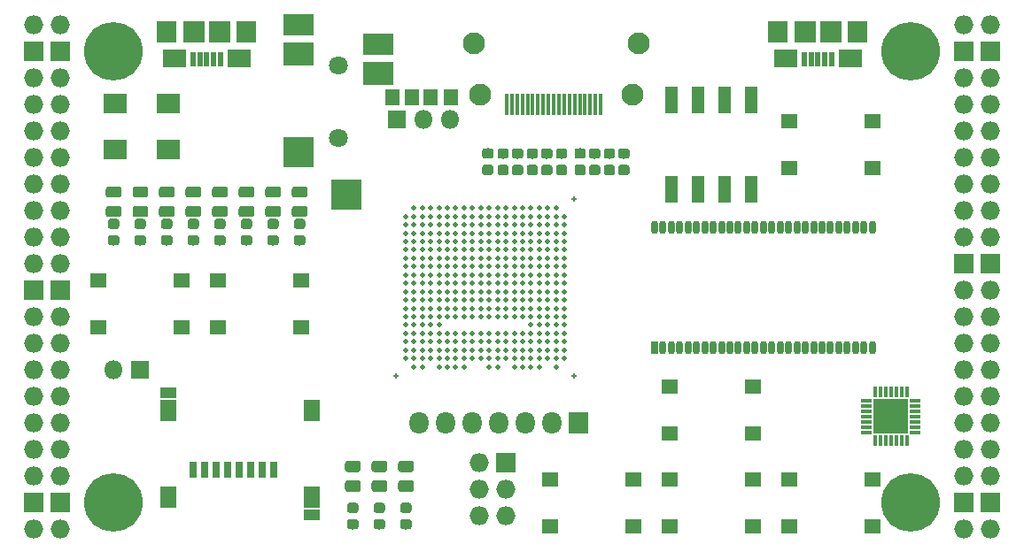
<source format=gts>
G04 #@! TF.GenerationSoftware,KiCad,Pcbnew,5.0.0+dfsg1-2*
G04 #@! TF.CreationDate,2018-09-18T01:53:43+02:00*
G04 #@! TF.ProjectId,ulx3s,756C7833732E6B696361645F70636200,rev?*
G04 #@! TF.SameCoordinates,Original*
G04 #@! TF.FileFunction,Soldermask,Top*
G04 #@! TF.FilePolarity,Negative*
%FSLAX46Y46*%
G04 Gerber Fmt 4.6, Leading zero omitted, Abs format (unit mm)*
G04 Created by KiCad (PCBNEW 5.0.0+dfsg1-2) date Tue Sep 18 01:53:43 2018*
%MOMM*%
%LPD*%
G01*
G04 APERTURE LIST*
%ADD10O,0.660000X1.300000*%
%ADD11R,0.660000X1.300000*%
%ADD12C,0.500000*%
%ADD13O,0.227000X0.608000*%
%ADD14O,0.608000X0.227000*%
%ADD15R,1.725000X1.725000*%
%ADD16O,0.400000X1.050000*%
%ADD17O,1.050000X0.400000*%
%ADD18R,1.050000X0.400000*%
%ADD19C,0.100000*%
%ADD20C,0.975000*%
%ADD21C,1.075000*%
%ADD22R,1.220000X2.540000*%
%ADD23R,1.900000X2.000000*%
%ADD24R,0.500000X1.450000*%
%ADD25R,2.000000X2.000000*%
%ADD26R,2.200000X1.700000*%
%ADD27R,2.900000X2.100000*%
%ADD28R,2.900000X2.300000*%
%ADD29R,2.900000X2.900000*%
%ADD30C,1.800000*%
%ADD31R,0.400000X2.000000*%
%ADD32C,2.100000*%
%ADD33R,0.800000X1.600000*%
%ADD34R,1.550000X1.000000*%
%ADD35R,1.550000X2.100000*%
%ADD36R,2.300000X1.900000*%
%ADD37R,1.827200X2.132000*%
%ADD38O,1.827200X2.132000*%
%ADD39O,1.827200X1.827200*%
%ADD40R,1.827200X1.827200*%
%ADD41C,5.600000*%
%ADD42R,1.800000X1.800000*%
%ADD43O,1.800000X1.800000*%
%ADD44R,1.395000X1.500000*%
%ADD45R,1.650000X1.400000*%
G04 APERTURE END LIST*
D10*
G04 #@! TO.C,U2*
X175493000Y-82070000D03*
D11*
X154693000Y-93530000D03*
D10*
X155493000Y-93530000D03*
X156293000Y-93530000D03*
X157093000Y-93530000D03*
X157893000Y-93530000D03*
X158693000Y-93530000D03*
X159493000Y-93530000D03*
X160293000Y-93530000D03*
X161093000Y-93530000D03*
X161893000Y-93530000D03*
X162693000Y-93530000D03*
X163493000Y-93530000D03*
X164293000Y-93530000D03*
X165093000Y-93530000D03*
X165893000Y-93530000D03*
X166693000Y-93530000D03*
X167493000Y-93530000D03*
X168293000Y-93530000D03*
X169093000Y-93530000D03*
X169893000Y-93530000D03*
X170693000Y-93530000D03*
X171493000Y-93530000D03*
X172293000Y-93530000D03*
X173093000Y-93530000D03*
X173893000Y-93530000D03*
X174693000Y-93530000D03*
X175493000Y-93530000D03*
X174693000Y-82070000D03*
X173893000Y-82070000D03*
X173093000Y-82070000D03*
X172293000Y-82070000D03*
X171493000Y-82070000D03*
X170693000Y-82070000D03*
X169893000Y-82070000D03*
X169093000Y-82070000D03*
X168293000Y-82070000D03*
X167493000Y-82070000D03*
X166693000Y-82070000D03*
X165893000Y-82070000D03*
X165093000Y-82070000D03*
X164293000Y-82070000D03*
X163493000Y-82070000D03*
X162693000Y-82070000D03*
X161893000Y-82070000D03*
X161093000Y-82070000D03*
X160293000Y-82070000D03*
X159493000Y-82070000D03*
X158693000Y-82070000D03*
X157893000Y-82070000D03*
X157093000Y-82070000D03*
X156293000Y-82070000D03*
X155493000Y-82070000D03*
X154693000Y-82070000D03*
G04 #@! TD*
D12*
G04 #@! TO.C,U1*
X145280000Y-95400000D03*
X143680000Y-95400000D03*
X142880000Y-95400000D03*
X142080000Y-95400000D03*
X141280000Y-95400000D03*
X139680000Y-95400000D03*
X138880000Y-95400000D03*
X136480000Y-95400000D03*
X135680000Y-95400000D03*
X134880000Y-95400000D03*
X134080000Y-95400000D03*
X132480000Y-95400000D03*
X131680000Y-95400000D03*
X146080000Y-94600000D03*
X145280000Y-94600000D03*
X144480000Y-94600000D03*
X143680000Y-94600000D03*
X142880000Y-94600000D03*
X142080000Y-94600000D03*
X141280000Y-94600000D03*
X140480000Y-94600000D03*
X139680000Y-94600000D03*
X138880000Y-94600000D03*
X138080000Y-94600000D03*
X137280000Y-94600000D03*
X136480000Y-94600000D03*
X135680000Y-94600000D03*
X134880000Y-94600000D03*
X134080000Y-94600000D03*
X133280000Y-94600000D03*
X132480000Y-94600000D03*
X131680000Y-94600000D03*
X130880000Y-94600000D03*
X146080000Y-93800000D03*
X145280000Y-93800000D03*
X144480000Y-93800000D03*
X143680000Y-93800000D03*
X142880000Y-93800000D03*
X142080000Y-93800000D03*
X141280000Y-93800000D03*
X140480000Y-93800000D03*
X139680000Y-93800000D03*
X138880000Y-93800000D03*
X138080000Y-93800000D03*
X137280000Y-93800000D03*
X136480000Y-93800000D03*
X135680000Y-93800000D03*
X134880000Y-93800000D03*
X134080000Y-93800000D03*
X133280000Y-93800000D03*
X132480000Y-93800000D03*
X131680000Y-93800000D03*
X130880000Y-93800000D03*
X146080000Y-93000000D03*
X145280000Y-93000000D03*
X144480000Y-93000000D03*
X143680000Y-93000000D03*
X142880000Y-93000000D03*
X142080000Y-93000000D03*
X141280000Y-93000000D03*
X140480000Y-93000000D03*
X139680000Y-93000000D03*
X138880000Y-93000000D03*
X138080000Y-93000000D03*
X137280000Y-93000000D03*
X136480000Y-93000000D03*
X135680000Y-93000000D03*
X134880000Y-93000000D03*
X134080000Y-93000000D03*
X133280000Y-93000000D03*
X132480000Y-93000000D03*
X131680000Y-93000000D03*
X130880000Y-93000000D03*
X146080000Y-92200000D03*
X145280000Y-92200000D03*
X144480000Y-92200000D03*
X143680000Y-92200000D03*
X142880000Y-92200000D03*
X142080000Y-92200000D03*
X141280000Y-92200000D03*
X140480000Y-92200000D03*
X139680000Y-92200000D03*
X138880000Y-92200000D03*
X138080000Y-92200000D03*
X137280000Y-92200000D03*
X136480000Y-92200000D03*
X135680000Y-92200000D03*
X134880000Y-92200000D03*
X134080000Y-92200000D03*
X133280000Y-92200000D03*
X132480000Y-92200000D03*
X131680000Y-92200000D03*
X130880000Y-92200000D03*
X146080000Y-91400000D03*
X145280000Y-91400000D03*
X144480000Y-91400000D03*
X143680000Y-91400000D03*
X142880000Y-91400000D03*
X134080000Y-91400000D03*
X133280000Y-91400000D03*
X132480000Y-91400000D03*
X131680000Y-91400000D03*
X130880000Y-91400000D03*
X146080000Y-90600000D03*
X145280000Y-90600000D03*
X144480000Y-90600000D03*
X143680000Y-90600000D03*
X142880000Y-90600000D03*
X142080000Y-90600000D03*
X141280000Y-90600000D03*
X140480000Y-90600000D03*
X139680000Y-90600000D03*
X138880000Y-90600000D03*
X138080000Y-90600000D03*
X137280000Y-90600000D03*
X136480000Y-90600000D03*
X135680000Y-90600000D03*
X134880000Y-90600000D03*
X134080000Y-90600000D03*
X133280000Y-90600000D03*
X132480000Y-90600000D03*
X131680000Y-90600000D03*
X130880000Y-90600000D03*
X146080000Y-89800000D03*
X145280000Y-89800000D03*
X144480000Y-89800000D03*
X143680000Y-89800000D03*
X142880000Y-89800000D03*
X142080000Y-89800000D03*
X141280000Y-89800000D03*
X140480000Y-89800000D03*
X139680000Y-89800000D03*
X138880000Y-89800000D03*
X138080000Y-89800000D03*
X137280000Y-89800000D03*
X136480000Y-89800000D03*
X135680000Y-89800000D03*
X134880000Y-89800000D03*
X134080000Y-89800000D03*
X133280000Y-89800000D03*
X132480000Y-89800000D03*
X131680000Y-89800000D03*
X130880000Y-89800000D03*
X146080000Y-89000000D03*
X145280000Y-89000000D03*
X144480000Y-89000000D03*
X143680000Y-89000000D03*
X142880000Y-89000000D03*
X142080000Y-89000000D03*
X141280000Y-89000000D03*
X140480000Y-89000000D03*
X139680000Y-89000000D03*
X138880000Y-89000000D03*
X138080000Y-89000000D03*
X137280000Y-89000000D03*
X136480000Y-89000000D03*
X135680000Y-89000000D03*
X134880000Y-89000000D03*
X134080000Y-89000000D03*
X133280000Y-89000000D03*
X132480000Y-89000000D03*
X131680000Y-89000000D03*
X130880000Y-89000000D03*
X146080000Y-88200000D03*
X145280000Y-88200000D03*
X144480000Y-88200000D03*
X143680000Y-88200000D03*
X142880000Y-88200000D03*
X142080000Y-88200000D03*
X141280000Y-88200000D03*
X140480000Y-88200000D03*
X139680000Y-88200000D03*
X138880000Y-88200000D03*
X138080000Y-88200000D03*
X137280000Y-88200000D03*
X136480000Y-88200000D03*
X135680000Y-88200000D03*
X134880000Y-88200000D03*
X134080000Y-88200000D03*
X133280000Y-88200000D03*
X132480000Y-88200000D03*
X131680000Y-88200000D03*
X130880000Y-88200000D03*
X146080000Y-87400000D03*
X145280000Y-87400000D03*
X144480000Y-87400000D03*
X143680000Y-87400000D03*
X142880000Y-87400000D03*
X142080000Y-87400000D03*
X141280000Y-87400000D03*
X140480000Y-87400000D03*
X139680000Y-87400000D03*
X138880000Y-87400000D03*
X138080000Y-87400000D03*
X137280000Y-87400000D03*
X136480000Y-87400000D03*
X135680000Y-87400000D03*
X134880000Y-87400000D03*
X134080000Y-87400000D03*
X133280000Y-87400000D03*
X132480000Y-87400000D03*
X131680000Y-87400000D03*
X130880000Y-87400000D03*
X146080000Y-86600000D03*
X145280000Y-86600000D03*
X144480000Y-86600000D03*
X143680000Y-86600000D03*
X142880000Y-86600000D03*
X142080000Y-86600000D03*
X141280000Y-86600000D03*
X140480000Y-86600000D03*
X139680000Y-86600000D03*
X138880000Y-86600000D03*
X138080000Y-86600000D03*
X137280000Y-86600000D03*
X136480000Y-86600000D03*
X135680000Y-86600000D03*
X134880000Y-86600000D03*
X134080000Y-86600000D03*
X133280000Y-86600000D03*
X132480000Y-86600000D03*
X131680000Y-86600000D03*
X130880000Y-86600000D03*
X146080000Y-85800000D03*
X145280000Y-85800000D03*
X144480000Y-85800000D03*
X143680000Y-85800000D03*
X142880000Y-85800000D03*
X142080000Y-85800000D03*
X141280000Y-85800000D03*
X140480000Y-85800000D03*
X139680000Y-85800000D03*
X138880000Y-85800000D03*
X138080000Y-85800000D03*
X137280000Y-85800000D03*
X136480000Y-85800000D03*
X135680000Y-85800000D03*
X134880000Y-85800000D03*
X134080000Y-85800000D03*
X133280000Y-85800000D03*
X132480000Y-85800000D03*
X131680000Y-85800000D03*
X130880000Y-85800000D03*
X146080000Y-85000000D03*
X145280000Y-85000000D03*
X144480000Y-85000000D03*
X143680000Y-85000000D03*
X142880000Y-85000000D03*
X142080000Y-85000000D03*
X141280000Y-85000000D03*
X140480000Y-85000000D03*
X139680000Y-85000000D03*
X138880000Y-85000000D03*
X138080000Y-85000000D03*
X137280000Y-85000000D03*
X136480000Y-85000000D03*
X135680000Y-85000000D03*
X134880000Y-85000000D03*
X134080000Y-85000000D03*
X133280000Y-85000000D03*
X132480000Y-85000000D03*
X131680000Y-85000000D03*
X130880000Y-85000000D03*
X146080000Y-84200000D03*
X145280000Y-84200000D03*
X144480000Y-84200000D03*
X143680000Y-84200000D03*
X142880000Y-84200000D03*
X142080000Y-84200000D03*
X141280000Y-84200000D03*
X140480000Y-84200000D03*
X139680000Y-84200000D03*
X138880000Y-84200000D03*
X138080000Y-84200000D03*
X137280000Y-84200000D03*
X136480000Y-84200000D03*
X135680000Y-84200000D03*
X134880000Y-84200000D03*
X134080000Y-84200000D03*
X133280000Y-84200000D03*
X132480000Y-84200000D03*
X131680000Y-84200000D03*
X130880000Y-84200000D03*
X146080000Y-83400000D03*
X145280000Y-83400000D03*
X144480000Y-83400000D03*
X143680000Y-83400000D03*
X142880000Y-83400000D03*
X142080000Y-83400000D03*
X141280000Y-83400000D03*
X140480000Y-83400000D03*
X139680000Y-83400000D03*
X138880000Y-83400000D03*
X138080000Y-83400000D03*
X137280000Y-83400000D03*
X136480000Y-83400000D03*
X135680000Y-83400000D03*
X134880000Y-83400000D03*
X134080000Y-83400000D03*
X133280000Y-83400000D03*
X132480000Y-83400000D03*
X131680000Y-83400000D03*
X130880000Y-83400000D03*
X146080000Y-82600000D03*
X145280000Y-82600000D03*
X144480000Y-82600000D03*
X143680000Y-82600000D03*
X142880000Y-82600000D03*
X142080000Y-82600000D03*
X141280000Y-82600000D03*
X140480000Y-82600000D03*
X139680000Y-82600000D03*
X138880000Y-82600000D03*
X138080000Y-82600000D03*
X137280000Y-82600000D03*
X136480000Y-82600000D03*
X135680000Y-82600000D03*
X134880000Y-82600000D03*
X134080000Y-82600000D03*
X133280000Y-82600000D03*
X132480000Y-82600000D03*
X131680000Y-82600000D03*
X130880000Y-82600000D03*
X146080000Y-81800000D03*
X145280000Y-81800000D03*
X144480000Y-81800000D03*
X143680000Y-81800000D03*
X142880000Y-81800000D03*
X142080000Y-81800000D03*
X141280000Y-81800000D03*
X140480000Y-81800000D03*
X139680000Y-81800000D03*
X138880000Y-81800000D03*
X138080000Y-81800000D03*
X137280000Y-81800000D03*
X136480000Y-81800000D03*
X135680000Y-81800000D03*
X134880000Y-81800000D03*
X134080000Y-81800000D03*
X133280000Y-81800000D03*
X132480000Y-81800000D03*
X131680000Y-81800000D03*
X130880000Y-81800000D03*
X146080000Y-81000000D03*
X145280000Y-81000000D03*
X144480000Y-81000000D03*
X143680000Y-81000000D03*
X142880000Y-81000000D03*
X142080000Y-81000000D03*
X141280000Y-81000000D03*
X140480000Y-81000000D03*
X139680000Y-81000000D03*
X138880000Y-81000000D03*
X138080000Y-81000000D03*
X137280000Y-81000000D03*
X136480000Y-81000000D03*
X135680000Y-81000000D03*
X134880000Y-81000000D03*
X134080000Y-81000000D03*
X133280000Y-81000000D03*
X132480000Y-81000000D03*
X131680000Y-81000000D03*
X130880000Y-81000000D03*
X145280000Y-80200000D03*
X144480000Y-80200000D03*
X143680000Y-80200000D03*
X142880000Y-80200000D03*
X142080000Y-80200000D03*
X141280000Y-80200000D03*
X140480000Y-80200000D03*
X139680000Y-80200000D03*
X138880000Y-80200000D03*
X138080000Y-80200000D03*
X137280000Y-80200000D03*
X136480000Y-80200000D03*
X135680000Y-80200000D03*
X134880000Y-80200000D03*
X134080000Y-80200000D03*
X133280000Y-80200000D03*
X132480000Y-80200000D03*
X131680000Y-80200000D03*
D13*
X146980000Y-79300000D03*
D14*
X146980000Y-79300000D03*
D13*
X129980000Y-96300000D03*
D14*
X129980000Y-96300000D03*
X146980000Y-96300000D03*
D13*
X146980000Y-96300000D03*
G04 #@! TD*
D15*
G04 #@! TO.C,U8*
X178097500Y-100967500D03*
X178097500Y-99342500D03*
X176472500Y-100967500D03*
X176472500Y-99342500D03*
D16*
X178785000Y-102495000D03*
X178285000Y-102495000D03*
X177785000Y-102495000D03*
X177285000Y-102495000D03*
X176785000Y-102495000D03*
X176285000Y-102495000D03*
X175785000Y-102495000D03*
D17*
X174945000Y-101655000D03*
X174945000Y-101155000D03*
X174945000Y-100655000D03*
X174945000Y-100155000D03*
X174945000Y-99655000D03*
X174945000Y-99155000D03*
X174945000Y-98655000D03*
D16*
X175785000Y-97815000D03*
X176285000Y-97815000D03*
X176785000Y-97815000D03*
X177285000Y-97815000D03*
X177785000Y-97815000D03*
X178285000Y-97815000D03*
X178785000Y-97815000D03*
D17*
X179625000Y-98655000D03*
X179625000Y-99155000D03*
X179625000Y-99655000D03*
X179625000Y-100155000D03*
X179625000Y-100655000D03*
X179625000Y-101155000D03*
D18*
X179625000Y-101655000D03*
G04 #@! TD*
D19*
G04 #@! TO.C,C37*
G36*
X152063142Y-74497174D02*
X152086803Y-74500684D01*
X152110007Y-74506496D01*
X152132529Y-74514554D01*
X152154153Y-74524782D01*
X152174670Y-74537079D01*
X152193883Y-74551329D01*
X152211607Y-74567393D01*
X152227671Y-74585117D01*
X152241921Y-74604330D01*
X152254218Y-74624847D01*
X152264446Y-74646471D01*
X152272504Y-74668993D01*
X152278316Y-74692197D01*
X152281826Y-74715858D01*
X152283000Y-74739750D01*
X152283000Y-75227250D01*
X152281826Y-75251142D01*
X152278316Y-75274803D01*
X152272504Y-75298007D01*
X152264446Y-75320529D01*
X152254218Y-75342153D01*
X152241921Y-75362670D01*
X152227671Y-75381883D01*
X152211607Y-75399607D01*
X152193883Y-75415671D01*
X152174670Y-75429921D01*
X152154153Y-75442218D01*
X152132529Y-75452446D01*
X152110007Y-75460504D01*
X152086803Y-75466316D01*
X152063142Y-75469826D01*
X152039250Y-75471000D01*
X151476750Y-75471000D01*
X151452858Y-75469826D01*
X151429197Y-75466316D01*
X151405993Y-75460504D01*
X151383471Y-75452446D01*
X151361847Y-75442218D01*
X151341330Y-75429921D01*
X151322117Y-75415671D01*
X151304393Y-75399607D01*
X151288329Y-75381883D01*
X151274079Y-75362670D01*
X151261782Y-75342153D01*
X151251554Y-75320529D01*
X151243496Y-75298007D01*
X151237684Y-75274803D01*
X151234174Y-75251142D01*
X151233000Y-75227250D01*
X151233000Y-74739750D01*
X151234174Y-74715858D01*
X151237684Y-74692197D01*
X151243496Y-74668993D01*
X151251554Y-74646471D01*
X151261782Y-74624847D01*
X151274079Y-74604330D01*
X151288329Y-74585117D01*
X151304393Y-74567393D01*
X151322117Y-74551329D01*
X151341330Y-74537079D01*
X151361847Y-74524782D01*
X151383471Y-74514554D01*
X151405993Y-74506496D01*
X151429197Y-74500684D01*
X151452858Y-74497174D01*
X151476750Y-74496000D01*
X152039250Y-74496000D01*
X152063142Y-74497174D01*
X152063142Y-74497174D01*
G37*
D20*
X151758000Y-74983500D03*
D19*
G36*
X152063142Y-76072174D02*
X152086803Y-76075684D01*
X152110007Y-76081496D01*
X152132529Y-76089554D01*
X152154153Y-76099782D01*
X152174670Y-76112079D01*
X152193883Y-76126329D01*
X152211607Y-76142393D01*
X152227671Y-76160117D01*
X152241921Y-76179330D01*
X152254218Y-76199847D01*
X152264446Y-76221471D01*
X152272504Y-76243993D01*
X152278316Y-76267197D01*
X152281826Y-76290858D01*
X152283000Y-76314750D01*
X152283000Y-76802250D01*
X152281826Y-76826142D01*
X152278316Y-76849803D01*
X152272504Y-76873007D01*
X152264446Y-76895529D01*
X152254218Y-76917153D01*
X152241921Y-76937670D01*
X152227671Y-76956883D01*
X152211607Y-76974607D01*
X152193883Y-76990671D01*
X152174670Y-77004921D01*
X152154153Y-77017218D01*
X152132529Y-77027446D01*
X152110007Y-77035504D01*
X152086803Y-77041316D01*
X152063142Y-77044826D01*
X152039250Y-77046000D01*
X151476750Y-77046000D01*
X151452858Y-77044826D01*
X151429197Y-77041316D01*
X151405993Y-77035504D01*
X151383471Y-77027446D01*
X151361847Y-77017218D01*
X151341330Y-77004921D01*
X151322117Y-76990671D01*
X151304393Y-76974607D01*
X151288329Y-76956883D01*
X151274079Y-76937670D01*
X151261782Y-76917153D01*
X151251554Y-76895529D01*
X151243496Y-76873007D01*
X151237684Y-76849803D01*
X151234174Y-76826142D01*
X151233000Y-76802250D01*
X151233000Y-76314750D01*
X151234174Y-76290858D01*
X151237684Y-76267197D01*
X151243496Y-76243993D01*
X151251554Y-76221471D01*
X151261782Y-76199847D01*
X151274079Y-76179330D01*
X151288329Y-76160117D01*
X151304393Y-76142393D01*
X151322117Y-76126329D01*
X151341330Y-76112079D01*
X151361847Y-76099782D01*
X151383471Y-76089554D01*
X151405993Y-76081496D01*
X151429197Y-76075684D01*
X151452858Y-76072174D01*
X151476750Y-76071000D01*
X152039250Y-76071000D01*
X152063142Y-76072174D01*
X152063142Y-76072174D01*
G37*
D20*
X151758000Y-76558500D03*
G04 #@! TD*
D19*
G04 #@! TO.C,C36*
G36*
X150666142Y-74497174D02*
X150689803Y-74500684D01*
X150713007Y-74506496D01*
X150735529Y-74514554D01*
X150757153Y-74524782D01*
X150777670Y-74537079D01*
X150796883Y-74551329D01*
X150814607Y-74567393D01*
X150830671Y-74585117D01*
X150844921Y-74604330D01*
X150857218Y-74624847D01*
X150867446Y-74646471D01*
X150875504Y-74668993D01*
X150881316Y-74692197D01*
X150884826Y-74715858D01*
X150886000Y-74739750D01*
X150886000Y-75227250D01*
X150884826Y-75251142D01*
X150881316Y-75274803D01*
X150875504Y-75298007D01*
X150867446Y-75320529D01*
X150857218Y-75342153D01*
X150844921Y-75362670D01*
X150830671Y-75381883D01*
X150814607Y-75399607D01*
X150796883Y-75415671D01*
X150777670Y-75429921D01*
X150757153Y-75442218D01*
X150735529Y-75452446D01*
X150713007Y-75460504D01*
X150689803Y-75466316D01*
X150666142Y-75469826D01*
X150642250Y-75471000D01*
X150079750Y-75471000D01*
X150055858Y-75469826D01*
X150032197Y-75466316D01*
X150008993Y-75460504D01*
X149986471Y-75452446D01*
X149964847Y-75442218D01*
X149944330Y-75429921D01*
X149925117Y-75415671D01*
X149907393Y-75399607D01*
X149891329Y-75381883D01*
X149877079Y-75362670D01*
X149864782Y-75342153D01*
X149854554Y-75320529D01*
X149846496Y-75298007D01*
X149840684Y-75274803D01*
X149837174Y-75251142D01*
X149836000Y-75227250D01*
X149836000Y-74739750D01*
X149837174Y-74715858D01*
X149840684Y-74692197D01*
X149846496Y-74668993D01*
X149854554Y-74646471D01*
X149864782Y-74624847D01*
X149877079Y-74604330D01*
X149891329Y-74585117D01*
X149907393Y-74567393D01*
X149925117Y-74551329D01*
X149944330Y-74537079D01*
X149964847Y-74524782D01*
X149986471Y-74514554D01*
X150008993Y-74506496D01*
X150032197Y-74500684D01*
X150055858Y-74497174D01*
X150079750Y-74496000D01*
X150642250Y-74496000D01*
X150666142Y-74497174D01*
X150666142Y-74497174D01*
G37*
D20*
X150361000Y-74983500D03*
D19*
G36*
X150666142Y-76072174D02*
X150689803Y-76075684D01*
X150713007Y-76081496D01*
X150735529Y-76089554D01*
X150757153Y-76099782D01*
X150777670Y-76112079D01*
X150796883Y-76126329D01*
X150814607Y-76142393D01*
X150830671Y-76160117D01*
X150844921Y-76179330D01*
X150857218Y-76199847D01*
X150867446Y-76221471D01*
X150875504Y-76243993D01*
X150881316Y-76267197D01*
X150884826Y-76290858D01*
X150886000Y-76314750D01*
X150886000Y-76802250D01*
X150884826Y-76826142D01*
X150881316Y-76849803D01*
X150875504Y-76873007D01*
X150867446Y-76895529D01*
X150857218Y-76917153D01*
X150844921Y-76937670D01*
X150830671Y-76956883D01*
X150814607Y-76974607D01*
X150796883Y-76990671D01*
X150777670Y-77004921D01*
X150757153Y-77017218D01*
X150735529Y-77027446D01*
X150713007Y-77035504D01*
X150689803Y-77041316D01*
X150666142Y-77044826D01*
X150642250Y-77046000D01*
X150079750Y-77046000D01*
X150055858Y-77044826D01*
X150032197Y-77041316D01*
X150008993Y-77035504D01*
X149986471Y-77027446D01*
X149964847Y-77017218D01*
X149944330Y-77004921D01*
X149925117Y-76990671D01*
X149907393Y-76974607D01*
X149891329Y-76956883D01*
X149877079Y-76937670D01*
X149864782Y-76917153D01*
X149854554Y-76895529D01*
X149846496Y-76873007D01*
X149840684Y-76849803D01*
X149837174Y-76826142D01*
X149836000Y-76802250D01*
X149836000Y-76314750D01*
X149837174Y-76290858D01*
X149840684Y-76267197D01*
X149846496Y-76243993D01*
X149854554Y-76221471D01*
X149864782Y-76199847D01*
X149877079Y-76179330D01*
X149891329Y-76160117D01*
X149907393Y-76142393D01*
X149925117Y-76126329D01*
X149944330Y-76112079D01*
X149964847Y-76099782D01*
X149986471Y-76089554D01*
X150008993Y-76081496D01*
X150032197Y-76075684D01*
X150055858Y-76072174D01*
X150079750Y-76071000D01*
X150642250Y-76071000D01*
X150666142Y-76072174D01*
X150666142Y-76072174D01*
G37*
D20*
X150361000Y-76558500D03*
G04 #@! TD*
D19*
G04 #@! TO.C,C41*
G36*
X149269142Y-74497174D02*
X149292803Y-74500684D01*
X149316007Y-74506496D01*
X149338529Y-74514554D01*
X149360153Y-74524782D01*
X149380670Y-74537079D01*
X149399883Y-74551329D01*
X149417607Y-74567393D01*
X149433671Y-74585117D01*
X149447921Y-74604330D01*
X149460218Y-74624847D01*
X149470446Y-74646471D01*
X149478504Y-74668993D01*
X149484316Y-74692197D01*
X149487826Y-74715858D01*
X149489000Y-74739750D01*
X149489000Y-75227250D01*
X149487826Y-75251142D01*
X149484316Y-75274803D01*
X149478504Y-75298007D01*
X149470446Y-75320529D01*
X149460218Y-75342153D01*
X149447921Y-75362670D01*
X149433671Y-75381883D01*
X149417607Y-75399607D01*
X149399883Y-75415671D01*
X149380670Y-75429921D01*
X149360153Y-75442218D01*
X149338529Y-75452446D01*
X149316007Y-75460504D01*
X149292803Y-75466316D01*
X149269142Y-75469826D01*
X149245250Y-75471000D01*
X148682750Y-75471000D01*
X148658858Y-75469826D01*
X148635197Y-75466316D01*
X148611993Y-75460504D01*
X148589471Y-75452446D01*
X148567847Y-75442218D01*
X148547330Y-75429921D01*
X148528117Y-75415671D01*
X148510393Y-75399607D01*
X148494329Y-75381883D01*
X148480079Y-75362670D01*
X148467782Y-75342153D01*
X148457554Y-75320529D01*
X148449496Y-75298007D01*
X148443684Y-75274803D01*
X148440174Y-75251142D01*
X148439000Y-75227250D01*
X148439000Y-74739750D01*
X148440174Y-74715858D01*
X148443684Y-74692197D01*
X148449496Y-74668993D01*
X148457554Y-74646471D01*
X148467782Y-74624847D01*
X148480079Y-74604330D01*
X148494329Y-74585117D01*
X148510393Y-74567393D01*
X148528117Y-74551329D01*
X148547330Y-74537079D01*
X148567847Y-74524782D01*
X148589471Y-74514554D01*
X148611993Y-74506496D01*
X148635197Y-74500684D01*
X148658858Y-74497174D01*
X148682750Y-74496000D01*
X149245250Y-74496000D01*
X149269142Y-74497174D01*
X149269142Y-74497174D01*
G37*
D20*
X148964000Y-74983500D03*
D19*
G36*
X149269142Y-76072174D02*
X149292803Y-76075684D01*
X149316007Y-76081496D01*
X149338529Y-76089554D01*
X149360153Y-76099782D01*
X149380670Y-76112079D01*
X149399883Y-76126329D01*
X149417607Y-76142393D01*
X149433671Y-76160117D01*
X149447921Y-76179330D01*
X149460218Y-76199847D01*
X149470446Y-76221471D01*
X149478504Y-76243993D01*
X149484316Y-76267197D01*
X149487826Y-76290858D01*
X149489000Y-76314750D01*
X149489000Y-76802250D01*
X149487826Y-76826142D01*
X149484316Y-76849803D01*
X149478504Y-76873007D01*
X149470446Y-76895529D01*
X149460218Y-76917153D01*
X149447921Y-76937670D01*
X149433671Y-76956883D01*
X149417607Y-76974607D01*
X149399883Y-76990671D01*
X149380670Y-77004921D01*
X149360153Y-77017218D01*
X149338529Y-77027446D01*
X149316007Y-77035504D01*
X149292803Y-77041316D01*
X149269142Y-77044826D01*
X149245250Y-77046000D01*
X148682750Y-77046000D01*
X148658858Y-77044826D01*
X148635197Y-77041316D01*
X148611993Y-77035504D01*
X148589471Y-77027446D01*
X148567847Y-77017218D01*
X148547330Y-77004921D01*
X148528117Y-76990671D01*
X148510393Y-76974607D01*
X148494329Y-76956883D01*
X148480079Y-76937670D01*
X148467782Y-76917153D01*
X148457554Y-76895529D01*
X148449496Y-76873007D01*
X148443684Y-76849803D01*
X148440174Y-76826142D01*
X148439000Y-76802250D01*
X148439000Y-76314750D01*
X148440174Y-76290858D01*
X148443684Y-76267197D01*
X148449496Y-76243993D01*
X148457554Y-76221471D01*
X148467782Y-76199847D01*
X148480079Y-76179330D01*
X148494329Y-76160117D01*
X148510393Y-76142393D01*
X148528117Y-76126329D01*
X148547330Y-76112079D01*
X148567847Y-76099782D01*
X148589471Y-76089554D01*
X148611993Y-76081496D01*
X148635197Y-76075684D01*
X148658858Y-76072174D01*
X148682750Y-76071000D01*
X149245250Y-76071000D01*
X149269142Y-76072174D01*
X149269142Y-76072174D01*
G37*
D20*
X148964000Y-76558500D03*
G04 #@! TD*
D19*
G04 #@! TO.C,C45*
G36*
X147872142Y-74485174D02*
X147895803Y-74488684D01*
X147919007Y-74494496D01*
X147941529Y-74502554D01*
X147963153Y-74512782D01*
X147983670Y-74525079D01*
X148002883Y-74539329D01*
X148020607Y-74555393D01*
X148036671Y-74573117D01*
X148050921Y-74592330D01*
X148063218Y-74612847D01*
X148073446Y-74634471D01*
X148081504Y-74656993D01*
X148087316Y-74680197D01*
X148090826Y-74703858D01*
X148092000Y-74727750D01*
X148092000Y-75215250D01*
X148090826Y-75239142D01*
X148087316Y-75262803D01*
X148081504Y-75286007D01*
X148073446Y-75308529D01*
X148063218Y-75330153D01*
X148050921Y-75350670D01*
X148036671Y-75369883D01*
X148020607Y-75387607D01*
X148002883Y-75403671D01*
X147983670Y-75417921D01*
X147963153Y-75430218D01*
X147941529Y-75440446D01*
X147919007Y-75448504D01*
X147895803Y-75454316D01*
X147872142Y-75457826D01*
X147848250Y-75459000D01*
X147285750Y-75459000D01*
X147261858Y-75457826D01*
X147238197Y-75454316D01*
X147214993Y-75448504D01*
X147192471Y-75440446D01*
X147170847Y-75430218D01*
X147150330Y-75417921D01*
X147131117Y-75403671D01*
X147113393Y-75387607D01*
X147097329Y-75369883D01*
X147083079Y-75350670D01*
X147070782Y-75330153D01*
X147060554Y-75308529D01*
X147052496Y-75286007D01*
X147046684Y-75262803D01*
X147043174Y-75239142D01*
X147042000Y-75215250D01*
X147042000Y-74727750D01*
X147043174Y-74703858D01*
X147046684Y-74680197D01*
X147052496Y-74656993D01*
X147060554Y-74634471D01*
X147070782Y-74612847D01*
X147083079Y-74592330D01*
X147097329Y-74573117D01*
X147113393Y-74555393D01*
X147131117Y-74539329D01*
X147150330Y-74525079D01*
X147170847Y-74512782D01*
X147192471Y-74502554D01*
X147214993Y-74494496D01*
X147238197Y-74488684D01*
X147261858Y-74485174D01*
X147285750Y-74484000D01*
X147848250Y-74484000D01*
X147872142Y-74485174D01*
X147872142Y-74485174D01*
G37*
D20*
X147567000Y-74971500D03*
D19*
G36*
X147872142Y-76060174D02*
X147895803Y-76063684D01*
X147919007Y-76069496D01*
X147941529Y-76077554D01*
X147963153Y-76087782D01*
X147983670Y-76100079D01*
X148002883Y-76114329D01*
X148020607Y-76130393D01*
X148036671Y-76148117D01*
X148050921Y-76167330D01*
X148063218Y-76187847D01*
X148073446Y-76209471D01*
X148081504Y-76231993D01*
X148087316Y-76255197D01*
X148090826Y-76278858D01*
X148092000Y-76302750D01*
X148092000Y-76790250D01*
X148090826Y-76814142D01*
X148087316Y-76837803D01*
X148081504Y-76861007D01*
X148073446Y-76883529D01*
X148063218Y-76905153D01*
X148050921Y-76925670D01*
X148036671Y-76944883D01*
X148020607Y-76962607D01*
X148002883Y-76978671D01*
X147983670Y-76992921D01*
X147963153Y-77005218D01*
X147941529Y-77015446D01*
X147919007Y-77023504D01*
X147895803Y-77029316D01*
X147872142Y-77032826D01*
X147848250Y-77034000D01*
X147285750Y-77034000D01*
X147261858Y-77032826D01*
X147238197Y-77029316D01*
X147214993Y-77023504D01*
X147192471Y-77015446D01*
X147170847Y-77005218D01*
X147150330Y-76992921D01*
X147131117Y-76978671D01*
X147113393Y-76962607D01*
X147097329Y-76944883D01*
X147083079Y-76925670D01*
X147070782Y-76905153D01*
X147060554Y-76883529D01*
X147052496Y-76861007D01*
X147046684Y-76837803D01*
X147043174Y-76814142D01*
X147042000Y-76790250D01*
X147042000Y-76302750D01*
X147043174Y-76278858D01*
X147046684Y-76255197D01*
X147052496Y-76231993D01*
X147060554Y-76209471D01*
X147070782Y-76187847D01*
X147083079Y-76167330D01*
X147097329Y-76148117D01*
X147113393Y-76130393D01*
X147131117Y-76114329D01*
X147150330Y-76100079D01*
X147170847Y-76087782D01*
X147192471Y-76077554D01*
X147214993Y-76069496D01*
X147238197Y-76063684D01*
X147261858Y-76060174D01*
X147285750Y-76059000D01*
X147848250Y-76059000D01*
X147872142Y-76060174D01*
X147872142Y-76060174D01*
G37*
D20*
X147567000Y-76546500D03*
G04 #@! TD*
D19*
G04 #@! TO.C,C40*
G36*
X146094142Y-74497174D02*
X146117803Y-74500684D01*
X146141007Y-74506496D01*
X146163529Y-74514554D01*
X146185153Y-74524782D01*
X146205670Y-74537079D01*
X146224883Y-74551329D01*
X146242607Y-74567393D01*
X146258671Y-74585117D01*
X146272921Y-74604330D01*
X146285218Y-74624847D01*
X146295446Y-74646471D01*
X146303504Y-74668993D01*
X146309316Y-74692197D01*
X146312826Y-74715858D01*
X146314000Y-74739750D01*
X146314000Y-75227250D01*
X146312826Y-75251142D01*
X146309316Y-75274803D01*
X146303504Y-75298007D01*
X146295446Y-75320529D01*
X146285218Y-75342153D01*
X146272921Y-75362670D01*
X146258671Y-75381883D01*
X146242607Y-75399607D01*
X146224883Y-75415671D01*
X146205670Y-75429921D01*
X146185153Y-75442218D01*
X146163529Y-75452446D01*
X146141007Y-75460504D01*
X146117803Y-75466316D01*
X146094142Y-75469826D01*
X146070250Y-75471000D01*
X145507750Y-75471000D01*
X145483858Y-75469826D01*
X145460197Y-75466316D01*
X145436993Y-75460504D01*
X145414471Y-75452446D01*
X145392847Y-75442218D01*
X145372330Y-75429921D01*
X145353117Y-75415671D01*
X145335393Y-75399607D01*
X145319329Y-75381883D01*
X145305079Y-75362670D01*
X145292782Y-75342153D01*
X145282554Y-75320529D01*
X145274496Y-75298007D01*
X145268684Y-75274803D01*
X145265174Y-75251142D01*
X145264000Y-75227250D01*
X145264000Y-74739750D01*
X145265174Y-74715858D01*
X145268684Y-74692197D01*
X145274496Y-74668993D01*
X145282554Y-74646471D01*
X145292782Y-74624847D01*
X145305079Y-74604330D01*
X145319329Y-74585117D01*
X145335393Y-74567393D01*
X145353117Y-74551329D01*
X145372330Y-74537079D01*
X145392847Y-74524782D01*
X145414471Y-74514554D01*
X145436993Y-74506496D01*
X145460197Y-74500684D01*
X145483858Y-74497174D01*
X145507750Y-74496000D01*
X146070250Y-74496000D01*
X146094142Y-74497174D01*
X146094142Y-74497174D01*
G37*
D20*
X145789000Y-74983500D03*
D19*
G36*
X146094142Y-76072174D02*
X146117803Y-76075684D01*
X146141007Y-76081496D01*
X146163529Y-76089554D01*
X146185153Y-76099782D01*
X146205670Y-76112079D01*
X146224883Y-76126329D01*
X146242607Y-76142393D01*
X146258671Y-76160117D01*
X146272921Y-76179330D01*
X146285218Y-76199847D01*
X146295446Y-76221471D01*
X146303504Y-76243993D01*
X146309316Y-76267197D01*
X146312826Y-76290858D01*
X146314000Y-76314750D01*
X146314000Y-76802250D01*
X146312826Y-76826142D01*
X146309316Y-76849803D01*
X146303504Y-76873007D01*
X146295446Y-76895529D01*
X146285218Y-76917153D01*
X146272921Y-76937670D01*
X146258671Y-76956883D01*
X146242607Y-76974607D01*
X146224883Y-76990671D01*
X146205670Y-77004921D01*
X146185153Y-77017218D01*
X146163529Y-77027446D01*
X146141007Y-77035504D01*
X146117803Y-77041316D01*
X146094142Y-77044826D01*
X146070250Y-77046000D01*
X145507750Y-77046000D01*
X145483858Y-77044826D01*
X145460197Y-77041316D01*
X145436993Y-77035504D01*
X145414471Y-77027446D01*
X145392847Y-77017218D01*
X145372330Y-77004921D01*
X145353117Y-76990671D01*
X145335393Y-76974607D01*
X145319329Y-76956883D01*
X145305079Y-76937670D01*
X145292782Y-76917153D01*
X145282554Y-76895529D01*
X145274496Y-76873007D01*
X145268684Y-76849803D01*
X145265174Y-76826142D01*
X145264000Y-76802250D01*
X145264000Y-76314750D01*
X145265174Y-76290858D01*
X145268684Y-76267197D01*
X145274496Y-76243993D01*
X145282554Y-76221471D01*
X145292782Y-76199847D01*
X145305079Y-76179330D01*
X145319329Y-76160117D01*
X145335393Y-76142393D01*
X145353117Y-76126329D01*
X145372330Y-76112079D01*
X145392847Y-76099782D01*
X145414471Y-76089554D01*
X145436993Y-76081496D01*
X145460197Y-76075684D01*
X145483858Y-76072174D01*
X145507750Y-76071000D01*
X146070250Y-76071000D01*
X146094142Y-76072174D01*
X146094142Y-76072174D01*
G37*
D20*
X145789000Y-76558500D03*
G04 #@! TD*
D19*
G04 #@! TO.C,C44*
G36*
X144697142Y-74497174D02*
X144720803Y-74500684D01*
X144744007Y-74506496D01*
X144766529Y-74514554D01*
X144788153Y-74524782D01*
X144808670Y-74537079D01*
X144827883Y-74551329D01*
X144845607Y-74567393D01*
X144861671Y-74585117D01*
X144875921Y-74604330D01*
X144888218Y-74624847D01*
X144898446Y-74646471D01*
X144906504Y-74668993D01*
X144912316Y-74692197D01*
X144915826Y-74715858D01*
X144917000Y-74739750D01*
X144917000Y-75227250D01*
X144915826Y-75251142D01*
X144912316Y-75274803D01*
X144906504Y-75298007D01*
X144898446Y-75320529D01*
X144888218Y-75342153D01*
X144875921Y-75362670D01*
X144861671Y-75381883D01*
X144845607Y-75399607D01*
X144827883Y-75415671D01*
X144808670Y-75429921D01*
X144788153Y-75442218D01*
X144766529Y-75452446D01*
X144744007Y-75460504D01*
X144720803Y-75466316D01*
X144697142Y-75469826D01*
X144673250Y-75471000D01*
X144110750Y-75471000D01*
X144086858Y-75469826D01*
X144063197Y-75466316D01*
X144039993Y-75460504D01*
X144017471Y-75452446D01*
X143995847Y-75442218D01*
X143975330Y-75429921D01*
X143956117Y-75415671D01*
X143938393Y-75399607D01*
X143922329Y-75381883D01*
X143908079Y-75362670D01*
X143895782Y-75342153D01*
X143885554Y-75320529D01*
X143877496Y-75298007D01*
X143871684Y-75274803D01*
X143868174Y-75251142D01*
X143867000Y-75227250D01*
X143867000Y-74739750D01*
X143868174Y-74715858D01*
X143871684Y-74692197D01*
X143877496Y-74668993D01*
X143885554Y-74646471D01*
X143895782Y-74624847D01*
X143908079Y-74604330D01*
X143922329Y-74585117D01*
X143938393Y-74567393D01*
X143956117Y-74551329D01*
X143975330Y-74537079D01*
X143995847Y-74524782D01*
X144017471Y-74514554D01*
X144039993Y-74506496D01*
X144063197Y-74500684D01*
X144086858Y-74497174D01*
X144110750Y-74496000D01*
X144673250Y-74496000D01*
X144697142Y-74497174D01*
X144697142Y-74497174D01*
G37*
D20*
X144392000Y-74983500D03*
D19*
G36*
X144697142Y-76072174D02*
X144720803Y-76075684D01*
X144744007Y-76081496D01*
X144766529Y-76089554D01*
X144788153Y-76099782D01*
X144808670Y-76112079D01*
X144827883Y-76126329D01*
X144845607Y-76142393D01*
X144861671Y-76160117D01*
X144875921Y-76179330D01*
X144888218Y-76199847D01*
X144898446Y-76221471D01*
X144906504Y-76243993D01*
X144912316Y-76267197D01*
X144915826Y-76290858D01*
X144917000Y-76314750D01*
X144917000Y-76802250D01*
X144915826Y-76826142D01*
X144912316Y-76849803D01*
X144906504Y-76873007D01*
X144898446Y-76895529D01*
X144888218Y-76917153D01*
X144875921Y-76937670D01*
X144861671Y-76956883D01*
X144845607Y-76974607D01*
X144827883Y-76990671D01*
X144808670Y-77004921D01*
X144788153Y-77017218D01*
X144766529Y-77027446D01*
X144744007Y-77035504D01*
X144720803Y-77041316D01*
X144697142Y-77044826D01*
X144673250Y-77046000D01*
X144110750Y-77046000D01*
X144086858Y-77044826D01*
X144063197Y-77041316D01*
X144039993Y-77035504D01*
X144017471Y-77027446D01*
X143995847Y-77017218D01*
X143975330Y-77004921D01*
X143956117Y-76990671D01*
X143938393Y-76974607D01*
X143922329Y-76956883D01*
X143908079Y-76937670D01*
X143895782Y-76917153D01*
X143885554Y-76895529D01*
X143877496Y-76873007D01*
X143871684Y-76849803D01*
X143868174Y-76826142D01*
X143867000Y-76802250D01*
X143867000Y-76314750D01*
X143868174Y-76290858D01*
X143871684Y-76267197D01*
X143877496Y-76243993D01*
X143885554Y-76221471D01*
X143895782Y-76199847D01*
X143908079Y-76179330D01*
X143922329Y-76160117D01*
X143938393Y-76142393D01*
X143956117Y-76126329D01*
X143975330Y-76112079D01*
X143995847Y-76099782D01*
X144017471Y-76089554D01*
X144039993Y-76081496D01*
X144063197Y-76075684D01*
X144086858Y-76072174D01*
X144110750Y-76071000D01*
X144673250Y-76071000D01*
X144697142Y-76072174D01*
X144697142Y-76072174D01*
G37*
D20*
X144392000Y-76558500D03*
G04 #@! TD*
D19*
G04 #@! TO.C,C39*
G36*
X143300142Y-74497174D02*
X143323803Y-74500684D01*
X143347007Y-74506496D01*
X143369529Y-74514554D01*
X143391153Y-74524782D01*
X143411670Y-74537079D01*
X143430883Y-74551329D01*
X143448607Y-74567393D01*
X143464671Y-74585117D01*
X143478921Y-74604330D01*
X143491218Y-74624847D01*
X143501446Y-74646471D01*
X143509504Y-74668993D01*
X143515316Y-74692197D01*
X143518826Y-74715858D01*
X143520000Y-74739750D01*
X143520000Y-75227250D01*
X143518826Y-75251142D01*
X143515316Y-75274803D01*
X143509504Y-75298007D01*
X143501446Y-75320529D01*
X143491218Y-75342153D01*
X143478921Y-75362670D01*
X143464671Y-75381883D01*
X143448607Y-75399607D01*
X143430883Y-75415671D01*
X143411670Y-75429921D01*
X143391153Y-75442218D01*
X143369529Y-75452446D01*
X143347007Y-75460504D01*
X143323803Y-75466316D01*
X143300142Y-75469826D01*
X143276250Y-75471000D01*
X142713750Y-75471000D01*
X142689858Y-75469826D01*
X142666197Y-75466316D01*
X142642993Y-75460504D01*
X142620471Y-75452446D01*
X142598847Y-75442218D01*
X142578330Y-75429921D01*
X142559117Y-75415671D01*
X142541393Y-75399607D01*
X142525329Y-75381883D01*
X142511079Y-75362670D01*
X142498782Y-75342153D01*
X142488554Y-75320529D01*
X142480496Y-75298007D01*
X142474684Y-75274803D01*
X142471174Y-75251142D01*
X142470000Y-75227250D01*
X142470000Y-74739750D01*
X142471174Y-74715858D01*
X142474684Y-74692197D01*
X142480496Y-74668993D01*
X142488554Y-74646471D01*
X142498782Y-74624847D01*
X142511079Y-74604330D01*
X142525329Y-74585117D01*
X142541393Y-74567393D01*
X142559117Y-74551329D01*
X142578330Y-74537079D01*
X142598847Y-74524782D01*
X142620471Y-74514554D01*
X142642993Y-74506496D01*
X142666197Y-74500684D01*
X142689858Y-74497174D01*
X142713750Y-74496000D01*
X143276250Y-74496000D01*
X143300142Y-74497174D01*
X143300142Y-74497174D01*
G37*
D20*
X142995000Y-74983500D03*
D19*
G36*
X143300142Y-76072174D02*
X143323803Y-76075684D01*
X143347007Y-76081496D01*
X143369529Y-76089554D01*
X143391153Y-76099782D01*
X143411670Y-76112079D01*
X143430883Y-76126329D01*
X143448607Y-76142393D01*
X143464671Y-76160117D01*
X143478921Y-76179330D01*
X143491218Y-76199847D01*
X143501446Y-76221471D01*
X143509504Y-76243993D01*
X143515316Y-76267197D01*
X143518826Y-76290858D01*
X143520000Y-76314750D01*
X143520000Y-76802250D01*
X143518826Y-76826142D01*
X143515316Y-76849803D01*
X143509504Y-76873007D01*
X143501446Y-76895529D01*
X143491218Y-76917153D01*
X143478921Y-76937670D01*
X143464671Y-76956883D01*
X143448607Y-76974607D01*
X143430883Y-76990671D01*
X143411670Y-77004921D01*
X143391153Y-77017218D01*
X143369529Y-77027446D01*
X143347007Y-77035504D01*
X143323803Y-77041316D01*
X143300142Y-77044826D01*
X143276250Y-77046000D01*
X142713750Y-77046000D01*
X142689858Y-77044826D01*
X142666197Y-77041316D01*
X142642993Y-77035504D01*
X142620471Y-77027446D01*
X142598847Y-77017218D01*
X142578330Y-77004921D01*
X142559117Y-76990671D01*
X142541393Y-76974607D01*
X142525329Y-76956883D01*
X142511079Y-76937670D01*
X142498782Y-76917153D01*
X142488554Y-76895529D01*
X142480496Y-76873007D01*
X142474684Y-76849803D01*
X142471174Y-76826142D01*
X142470000Y-76802250D01*
X142470000Y-76314750D01*
X142471174Y-76290858D01*
X142474684Y-76267197D01*
X142480496Y-76243993D01*
X142488554Y-76221471D01*
X142498782Y-76199847D01*
X142511079Y-76179330D01*
X142525329Y-76160117D01*
X142541393Y-76142393D01*
X142559117Y-76126329D01*
X142578330Y-76112079D01*
X142598847Y-76099782D01*
X142620471Y-76089554D01*
X142642993Y-76081496D01*
X142666197Y-76075684D01*
X142689858Y-76072174D01*
X142713750Y-76071000D01*
X143276250Y-76071000D01*
X143300142Y-76072174D01*
X143300142Y-76072174D01*
G37*
D20*
X142995000Y-76558500D03*
G04 #@! TD*
D19*
G04 #@! TO.C,C43*
G36*
X141903142Y-74497174D02*
X141926803Y-74500684D01*
X141950007Y-74506496D01*
X141972529Y-74514554D01*
X141994153Y-74524782D01*
X142014670Y-74537079D01*
X142033883Y-74551329D01*
X142051607Y-74567393D01*
X142067671Y-74585117D01*
X142081921Y-74604330D01*
X142094218Y-74624847D01*
X142104446Y-74646471D01*
X142112504Y-74668993D01*
X142118316Y-74692197D01*
X142121826Y-74715858D01*
X142123000Y-74739750D01*
X142123000Y-75227250D01*
X142121826Y-75251142D01*
X142118316Y-75274803D01*
X142112504Y-75298007D01*
X142104446Y-75320529D01*
X142094218Y-75342153D01*
X142081921Y-75362670D01*
X142067671Y-75381883D01*
X142051607Y-75399607D01*
X142033883Y-75415671D01*
X142014670Y-75429921D01*
X141994153Y-75442218D01*
X141972529Y-75452446D01*
X141950007Y-75460504D01*
X141926803Y-75466316D01*
X141903142Y-75469826D01*
X141879250Y-75471000D01*
X141316750Y-75471000D01*
X141292858Y-75469826D01*
X141269197Y-75466316D01*
X141245993Y-75460504D01*
X141223471Y-75452446D01*
X141201847Y-75442218D01*
X141181330Y-75429921D01*
X141162117Y-75415671D01*
X141144393Y-75399607D01*
X141128329Y-75381883D01*
X141114079Y-75362670D01*
X141101782Y-75342153D01*
X141091554Y-75320529D01*
X141083496Y-75298007D01*
X141077684Y-75274803D01*
X141074174Y-75251142D01*
X141073000Y-75227250D01*
X141073000Y-74739750D01*
X141074174Y-74715858D01*
X141077684Y-74692197D01*
X141083496Y-74668993D01*
X141091554Y-74646471D01*
X141101782Y-74624847D01*
X141114079Y-74604330D01*
X141128329Y-74585117D01*
X141144393Y-74567393D01*
X141162117Y-74551329D01*
X141181330Y-74537079D01*
X141201847Y-74524782D01*
X141223471Y-74514554D01*
X141245993Y-74506496D01*
X141269197Y-74500684D01*
X141292858Y-74497174D01*
X141316750Y-74496000D01*
X141879250Y-74496000D01*
X141903142Y-74497174D01*
X141903142Y-74497174D01*
G37*
D20*
X141598000Y-74983500D03*
D19*
G36*
X141903142Y-76072174D02*
X141926803Y-76075684D01*
X141950007Y-76081496D01*
X141972529Y-76089554D01*
X141994153Y-76099782D01*
X142014670Y-76112079D01*
X142033883Y-76126329D01*
X142051607Y-76142393D01*
X142067671Y-76160117D01*
X142081921Y-76179330D01*
X142094218Y-76199847D01*
X142104446Y-76221471D01*
X142112504Y-76243993D01*
X142118316Y-76267197D01*
X142121826Y-76290858D01*
X142123000Y-76314750D01*
X142123000Y-76802250D01*
X142121826Y-76826142D01*
X142118316Y-76849803D01*
X142112504Y-76873007D01*
X142104446Y-76895529D01*
X142094218Y-76917153D01*
X142081921Y-76937670D01*
X142067671Y-76956883D01*
X142051607Y-76974607D01*
X142033883Y-76990671D01*
X142014670Y-77004921D01*
X141994153Y-77017218D01*
X141972529Y-77027446D01*
X141950007Y-77035504D01*
X141926803Y-77041316D01*
X141903142Y-77044826D01*
X141879250Y-77046000D01*
X141316750Y-77046000D01*
X141292858Y-77044826D01*
X141269197Y-77041316D01*
X141245993Y-77035504D01*
X141223471Y-77027446D01*
X141201847Y-77017218D01*
X141181330Y-77004921D01*
X141162117Y-76990671D01*
X141144393Y-76974607D01*
X141128329Y-76956883D01*
X141114079Y-76937670D01*
X141101782Y-76917153D01*
X141091554Y-76895529D01*
X141083496Y-76873007D01*
X141077684Y-76849803D01*
X141074174Y-76826142D01*
X141073000Y-76802250D01*
X141073000Y-76314750D01*
X141074174Y-76290858D01*
X141077684Y-76267197D01*
X141083496Y-76243993D01*
X141091554Y-76221471D01*
X141101782Y-76199847D01*
X141114079Y-76179330D01*
X141128329Y-76160117D01*
X141144393Y-76142393D01*
X141162117Y-76126329D01*
X141181330Y-76112079D01*
X141201847Y-76099782D01*
X141223471Y-76089554D01*
X141245993Y-76081496D01*
X141269197Y-76075684D01*
X141292858Y-76072174D01*
X141316750Y-76071000D01*
X141879250Y-76071000D01*
X141903142Y-76072174D01*
X141903142Y-76072174D01*
G37*
D20*
X141598000Y-76558500D03*
G04 #@! TD*
D19*
G04 #@! TO.C,C38*
G36*
X140506142Y-74497174D02*
X140529803Y-74500684D01*
X140553007Y-74506496D01*
X140575529Y-74514554D01*
X140597153Y-74524782D01*
X140617670Y-74537079D01*
X140636883Y-74551329D01*
X140654607Y-74567393D01*
X140670671Y-74585117D01*
X140684921Y-74604330D01*
X140697218Y-74624847D01*
X140707446Y-74646471D01*
X140715504Y-74668993D01*
X140721316Y-74692197D01*
X140724826Y-74715858D01*
X140726000Y-74739750D01*
X140726000Y-75227250D01*
X140724826Y-75251142D01*
X140721316Y-75274803D01*
X140715504Y-75298007D01*
X140707446Y-75320529D01*
X140697218Y-75342153D01*
X140684921Y-75362670D01*
X140670671Y-75381883D01*
X140654607Y-75399607D01*
X140636883Y-75415671D01*
X140617670Y-75429921D01*
X140597153Y-75442218D01*
X140575529Y-75452446D01*
X140553007Y-75460504D01*
X140529803Y-75466316D01*
X140506142Y-75469826D01*
X140482250Y-75471000D01*
X139919750Y-75471000D01*
X139895858Y-75469826D01*
X139872197Y-75466316D01*
X139848993Y-75460504D01*
X139826471Y-75452446D01*
X139804847Y-75442218D01*
X139784330Y-75429921D01*
X139765117Y-75415671D01*
X139747393Y-75399607D01*
X139731329Y-75381883D01*
X139717079Y-75362670D01*
X139704782Y-75342153D01*
X139694554Y-75320529D01*
X139686496Y-75298007D01*
X139680684Y-75274803D01*
X139677174Y-75251142D01*
X139676000Y-75227250D01*
X139676000Y-74739750D01*
X139677174Y-74715858D01*
X139680684Y-74692197D01*
X139686496Y-74668993D01*
X139694554Y-74646471D01*
X139704782Y-74624847D01*
X139717079Y-74604330D01*
X139731329Y-74585117D01*
X139747393Y-74567393D01*
X139765117Y-74551329D01*
X139784330Y-74537079D01*
X139804847Y-74524782D01*
X139826471Y-74514554D01*
X139848993Y-74506496D01*
X139872197Y-74500684D01*
X139895858Y-74497174D01*
X139919750Y-74496000D01*
X140482250Y-74496000D01*
X140506142Y-74497174D01*
X140506142Y-74497174D01*
G37*
D20*
X140201000Y-74983500D03*
D19*
G36*
X140506142Y-76072174D02*
X140529803Y-76075684D01*
X140553007Y-76081496D01*
X140575529Y-76089554D01*
X140597153Y-76099782D01*
X140617670Y-76112079D01*
X140636883Y-76126329D01*
X140654607Y-76142393D01*
X140670671Y-76160117D01*
X140684921Y-76179330D01*
X140697218Y-76199847D01*
X140707446Y-76221471D01*
X140715504Y-76243993D01*
X140721316Y-76267197D01*
X140724826Y-76290858D01*
X140726000Y-76314750D01*
X140726000Y-76802250D01*
X140724826Y-76826142D01*
X140721316Y-76849803D01*
X140715504Y-76873007D01*
X140707446Y-76895529D01*
X140697218Y-76917153D01*
X140684921Y-76937670D01*
X140670671Y-76956883D01*
X140654607Y-76974607D01*
X140636883Y-76990671D01*
X140617670Y-77004921D01*
X140597153Y-77017218D01*
X140575529Y-77027446D01*
X140553007Y-77035504D01*
X140529803Y-77041316D01*
X140506142Y-77044826D01*
X140482250Y-77046000D01*
X139919750Y-77046000D01*
X139895858Y-77044826D01*
X139872197Y-77041316D01*
X139848993Y-77035504D01*
X139826471Y-77027446D01*
X139804847Y-77017218D01*
X139784330Y-77004921D01*
X139765117Y-76990671D01*
X139747393Y-76974607D01*
X139731329Y-76956883D01*
X139717079Y-76937670D01*
X139704782Y-76917153D01*
X139694554Y-76895529D01*
X139686496Y-76873007D01*
X139680684Y-76849803D01*
X139677174Y-76826142D01*
X139676000Y-76802250D01*
X139676000Y-76314750D01*
X139677174Y-76290858D01*
X139680684Y-76267197D01*
X139686496Y-76243993D01*
X139694554Y-76221471D01*
X139704782Y-76199847D01*
X139717079Y-76179330D01*
X139731329Y-76160117D01*
X139747393Y-76142393D01*
X139765117Y-76126329D01*
X139784330Y-76112079D01*
X139804847Y-76099782D01*
X139826471Y-76089554D01*
X139848993Y-76081496D01*
X139872197Y-76075684D01*
X139895858Y-76072174D01*
X139919750Y-76071000D01*
X140482250Y-76071000D01*
X140506142Y-76072174D01*
X140506142Y-76072174D01*
G37*
D20*
X140201000Y-76558500D03*
G04 #@! TD*
D19*
G04 #@! TO.C,C42*
G36*
X139047942Y-74489774D02*
X139071603Y-74493284D01*
X139094807Y-74499096D01*
X139117329Y-74507154D01*
X139138953Y-74517382D01*
X139159470Y-74529679D01*
X139178683Y-74543929D01*
X139196407Y-74559993D01*
X139212471Y-74577717D01*
X139226721Y-74596930D01*
X139239018Y-74617447D01*
X139249246Y-74639071D01*
X139257304Y-74661593D01*
X139263116Y-74684797D01*
X139266626Y-74708458D01*
X139267800Y-74732350D01*
X139267800Y-75219850D01*
X139266626Y-75243742D01*
X139263116Y-75267403D01*
X139257304Y-75290607D01*
X139249246Y-75313129D01*
X139239018Y-75334753D01*
X139226721Y-75355270D01*
X139212471Y-75374483D01*
X139196407Y-75392207D01*
X139178683Y-75408271D01*
X139159470Y-75422521D01*
X139138953Y-75434818D01*
X139117329Y-75445046D01*
X139094807Y-75453104D01*
X139071603Y-75458916D01*
X139047942Y-75462426D01*
X139024050Y-75463600D01*
X138461550Y-75463600D01*
X138437658Y-75462426D01*
X138413997Y-75458916D01*
X138390793Y-75453104D01*
X138368271Y-75445046D01*
X138346647Y-75434818D01*
X138326130Y-75422521D01*
X138306917Y-75408271D01*
X138289193Y-75392207D01*
X138273129Y-75374483D01*
X138258879Y-75355270D01*
X138246582Y-75334753D01*
X138236354Y-75313129D01*
X138228296Y-75290607D01*
X138222484Y-75267403D01*
X138218974Y-75243742D01*
X138217800Y-75219850D01*
X138217800Y-74732350D01*
X138218974Y-74708458D01*
X138222484Y-74684797D01*
X138228296Y-74661593D01*
X138236354Y-74639071D01*
X138246582Y-74617447D01*
X138258879Y-74596930D01*
X138273129Y-74577717D01*
X138289193Y-74559993D01*
X138306917Y-74543929D01*
X138326130Y-74529679D01*
X138346647Y-74517382D01*
X138368271Y-74507154D01*
X138390793Y-74499096D01*
X138413997Y-74493284D01*
X138437658Y-74489774D01*
X138461550Y-74488600D01*
X139024050Y-74488600D01*
X139047942Y-74489774D01*
X139047942Y-74489774D01*
G37*
D20*
X138742800Y-74976100D03*
D19*
G36*
X139047942Y-76064774D02*
X139071603Y-76068284D01*
X139094807Y-76074096D01*
X139117329Y-76082154D01*
X139138953Y-76092382D01*
X139159470Y-76104679D01*
X139178683Y-76118929D01*
X139196407Y-76134993D01*
X139212471Y-76152717D01*
X139226721Y-76171930D01*
X139239018Y-76192447D01*
X139249246Y-76214071D01*
X139257304Y-76236593D01*
X139263116Y-76259797D01*
X139266626Y-76283458D01*
X139267800Y-76307350D01*
X139267800Y-76794850D01*
X139266626Y-76818742D01*
X139263116Y-76842403D01*
X139257304Y-76865607D01*
X139249246Y-76888129D01*
X139239018Y-76909753D01*
X139226721Y-76930270D01*
X139212471Y-76949483D01*
X139196407Y-76967207D01*
X139178683Y-76983271D01*
X139159470Y-76997521D01*
X139138953Y-77009818D01*
X139117329Y-77020046D01*
X139094807Y-77028104D01*
X139071603Y-77033916D01*
X139047942Y-77037426D01*
X139024050Y-77038600D01*
X138461550Y-77038600D01*
X138437658Y-77037426D01*
X138413997Y-77033916D01*
X138390793Y-77028104D01*
X138368271Y-77020046D01*
X138346647Y-77009818D01*
X138326130Y-76997521D01*
X138306917Y-76983271D01*
X138289193Y-76967207D01*
X138273129Y-76949483D01*
X138258879Y-76930270D01*
X138246582Y-76909753D01*
X138236354Y-76888129D01*
X138228296Y-76865607D01*
X138222484Y-76842403D01*
X138218974Y-76818742D01*
X138217800Y-76794850D01*
X138217800Y-76307350D01*
X138218974Y-76283458D01*
X138222484Y-76259797D01*
X138228296Y-76236593D01*
X138236354Y-76214071D01*
X138246582Y-76192447D01*
X138258879Y-76171930D01*
X138273129Y-76152717D01*
X138289193Y-76134993D01*
X138306917Y-76118929D01*
X138326130Y-76104679D01*
X138346647Y-76092382D01*
X138368271Y-76082154D01*
X138390793Y-76074096D01*
X138413997Y-76068284D01*
X138437658Y-76064774D01*
X138461550Y-76063600D01*
X139024050Y-76063600D01*
X139047942Y-76064774D01*
X139047942Y-76064774D01*
G37*
D20*
X138742800Y-76551100D03*
G04 #@! TD*
D19*
G04 #@! TO.C,R37*
G36*
X131235142Y-108406174D02*
X131258803Y-108409684D01*
X131282007Y-108415496D01*
X131304529Y-108423554D01*
X131326153Y-108433782D01*
X131346670Y-108446079D01*
X131365883Y-108460329D01*
X131383607Y-108476393D01*
X131399671Y-108494117D01*
X131413921Y-108513330D01*
X131426218Y-108533847D01*
X131436446Y-108555471D01*
X131444504Y-108577993D01*
X131450316Y-108601197D01*
X131453826Y-108624858D01*
X131455000Y-108648750D01*
X131455000Y-109136250D01*
X131453826Y-109160142D01*
X131450316Y-109183803D01*
X131444504Y-109207007D01*
X131436446Y-109229529D01*
X131426218Y-109251153D01*
X131413921Y-109271670D01*
X131399671Y-109290883D01*
X131383607Y-109308607D01*
X131365883Y-109324671D01*
X131346670Y-109338921D01*
X131326153Y-109351218D01*
X131304529Y-109361446D01*
X131282007Y-109369504D01*
X131258803Y-109375316D01*
X131235142Y-109378826D01*
X131211250Y-109380000D01*
X130648750Y-109380000D01*
X130624858Y-109378826D01*
X130601197Y-109375316D01*
X130577993Y-109369504D01*
X130555471Y-109361446D01*
X130533847Y-109351218D01*
X130513330Y-109338921D01*
X130494117Y-109324671D01*
X130476393Y-109308607D01*
X130460329Y-109290883D01*
X130446079Y-109271670D01*
X130433782Y-109251153D01*
X130423554Y-109229529D01*
X130415496Y-109207007D01*
X130409684Y-109183803D01*
X130406174Y-109160142D01*
X130405000Y-109136250D01*
X130405000Y-108648750D01*
X130406174Y-108624858D01*
X130409684Y-108601197D01*
X130415496Y-108577993D01*
X130423554Y-108555471D01*
X130433782Y-108533847D01*
X130446079Y-108513330D01*
X130460329Y-108494117D01*
X130476393Y-108476393D01*
X130494117Y-108460329D01*
X130513330Y-108446079D01*
X130533847Y-108433782D01*
X130555471Y-108423554D01*
X130577993Y-108415496D01*
X130601197Y-108409684D01*
X130624858Y-108406174D01*
X130648750Y-108405000D01*
X131211250Y-108405000D01*
X131235142Y-108406174D01*
X131235142Y-108406174D01*
G37*
D20*
X130930000Y-108892500D03*
D19*
G36*
X131235142Y-109981174D02*
X131258803Y-109984684D01*
X131282007Y-109990496D01*
X131304529Y-109998554D01*
X131326153Y-110008782D01*
X131346670Y-110021079D01*
X131365883Y-110035329D01*
X131383607Y-110051393D01*
X131399671Y-110069117D01*
X131413921Y-110088330D01*
X131426218Y-110108847D01*
X131436446Y-110130471D01*
X131444504Y-110152993D01*
X131450316Y-110176197D01*
X131453826Y-110199858D01*
X131455000Y-110223750D01*
X131455000Y-110711250D01*
X131453826Y-110735142D01*
X131450316Y-110758803D01*
X131444504Y-110782007D01*
X131436446Y-110804529D01*
X131426218Y-110826153D01*
X131413921Y-110846670D01*
X131399671Y-110865883D01*
X131383607Y-110883607D01*
X131365883Y-110899671D01*
X131346670Y-110913921D01*
X131326153Y-110926218D01*
X131304529Y-110936446D01*
X131282007Y-110944504D01*
X131258803Y-110950316D01*
X131235142Y-110953826D01*
X131211250Y-110955000D01*
X130648750Y-110955000D01*
X130624858Y-110953826D01*
X130601197Y-110950316D01*
X130577993Y-110944504D01*
X130555471Y-110936446D01*
X130533847Y-110926218D01*
X130513330Y-110913921D01*
X130494117Y-110899671D01*
X130476393Y-110883607D01*
X130460329Y-110865883D01*
X130446079Y-110846670D01*
X130433782Y-110826153D01*
X130423554Y-110804529D01*
X130415496Y-110782007D01*
X130409684Y-110758803D01*
X130406174Y-110735142D01*
X130405000Y-110711250D01*
X130405000Y-110223750D01*
X130406174Y-110199858D01*
X130409684Y-110176197D01*
X130415496Y-110152993D01*
X130423554Y-110130471D01*
X130433782Y-110108847D01*
X130446079Y-110088330D01*
X130460329Y-110069117D01*
X130476393Y-110051393D01*
X130494117Y-110035329D01*
X130513330Y-110021079D01*
X130533847Y-110008782D01*
X130555471Y-109998554D01*
X130577993Y-109990496D01*
X130601197Y-109984684D01*
X130624858Y-109981174D01*
X130648750Y-109980000D01*
X131211250Y-109980000D01*
X131235142Y-109981174D01*
X131235142Y-109981174D01*
G37*
D20*
X130930000Y-110467500D03*
G04 #@! TD*
D19*
G04 #@! TO.C,R36*
G36*
X128695142Y-109981174D02*
X128718803Y-109984684D01*
X128742007Y-109990496D01*
X128764529Y-109998554D01*
X128786153Y-110008782D01*
X128806670Y-110021079D01*
X128825883Y-110035329D01*
X128843607Y-110051393D01*
X128859671Y-110069117D01*
X128873921Y-110088330D01*
X128886218Y-110108847D01*
X128896446Y-110130471D01*
X128904504Y-110152993D01*
X128910316Y-110176197D01*
X128913826Y-110199858D01*
X128915000Y-110223750D01*
X128915000Y-110711250D01*
X128913826Y-110735142D01*
X128910316Y-110758803D01*
X128904504Y-110782007D01*
X128896446Y-110804529D01*
X128886218Y-110826153D01*
X128873921Y-110846670D01*
X128859671Y-110865883D01*
X128843607Y-110883607D01*
X128825883Y-110899671D01*
X128806670Y-110913921D01*
X128786153Y-110926218D01*
X128764529Y-110936446D01*
X128742007Y-110944504D01*
X128718803Y-110950316D01*
X128695142Y-110953826D01*
X128671250Y-110955000D01*
X128108750Y-110955000D01*
X128084858Y-110953826D01*
X128061197Y-110950316D01*
X128037993Y-110944504D01*
X128015471Y-110936446D01*
X127993847Y-110926218D01*
X127973330Y-110913921D01*
X127954117Y-110899671D01*
X127936393Y-110883607D01*
X127920329Y-110865883D01*
X127906079Y-110846670D01*
X127893782Y-110826153D01*
X127883554Y-110804529D01*
X127875496Y-110782007D01*
X127869684Y-110758803D01*
X127866174Y-110735142D01*
X127865000Y-110711250D01*
X127865000Y-110223750D01*
X127866174Y-110199858D01*
X127869684Y-110176197D01*
X127875496Y-110152993D01*
X127883554Y-110130471D01*
X127893782Y-110108847D01*
X127906079Y-110088330D01*
X127920329Y-110069117D01*
X127936393Y-110051393D01*
X127954117Y-110035329D01*
X127973330Y-110021079D01*
X127993847Y-110008782D01*
X128015471Y-109998554D01*
X128037993Y-109990496D01*
X128061197Y-109984684D01*
X128084858Y-109981174D01*
X128108750Y-109980000D01*
X128671250Y-109980000D01*
X128695142Y-109981174D01*
X128695142Y-109981174D01*
G37*
D20*
X128390000Y-110467500D03*
D19*
G36*
X128695142Y-108406174D02*
X128718803Y-108409684D01*
X128742007Y-108415496D01*
X128764529Y-108423554D01*
X128786153Y-108433782D01*
X128806670Y-108446079D01*
X128825883Y-108460329D01*
X128843607Y-108476393D01*
X128859671Y-108494117D01*
X128873921Y-108513330D01*
X128886218Y-108533847D01*
X128896446Y-108555471D01*
X128904504Y-108577993D01*
X128910316Y-108601197D01*
X128913826Y-108624858D01*
X128915000Y-108648750D01*
X128915000Y-109136250D01*
X128913826Y-109160142D01*
X128910316Y-109183803D01*
X128904504Y-109207007D01*
X128896446Y-109229529D01*
X128886218Y-109251153D01*
X128873921Y-109271670D01*
X128859671Y-109290883D01*
X128843607Y-109308607D01*
X128825883Y-109324671D01*
X128806670Y-109338921D01*
X128786153Y-109351218D01*
X128764529Y-109361446D01*
X128742007Y-109369504D01*
X128718803Y-109375316D01*
X128695142Y-109378826D01*
X128671250Y-109380000D01*
X128108750Y-109380000D01*
X128084858Y-109378826D01*
X128061197Y-109375316D01*
X128037993Y-109369504D01*
X128015471Y-109361446D01*
X127993847Y-109351218D01*
X127973330Y-109338921D01*
X127954117Y-109324671D01*
X127936393Y-109308607D01*
X127920329Y-109290883D01*
X127906079Y-109271670D01*
X127893782Y-109251153D01*
X127883554Y-109229529D01*
X127875496Y-109207007D01*
X127869684Y-109183803D01*
X127866174Y-109160142D01*
X127865000Y-109136250D01*
X127865000Y-108648750D01*
X127866174Y-108624858D01*
X127869684Y-108601197D01*
X127875496Y-108577993D01*
X127883554Y-108555471D01*
X127893782Y-108533847D01*
X127906079Y-108513330D01*
X127920329Y-108494117D01*
X127936393Y-108476393D01*
X127954117Y-108460329D01*
X127973330Y-108446079D01*
X127993847Y-108433782D01*
X128015471Y-108423554D01*
X128037993Y-108415496D01*
X128061197Y-108409684D01*
X128084858Y-108406174D01*
X128108750Y-108405000D01*
X128671250Y-108405000D01*
X128695142Y-108406174D01*
X128695142Y-108406174D01*
G37*
D20*
X128390000Y-108892500D03*
G04 #@! TD*
D19*
G04 #@! TO.C,R62*
G36*
X126155142Y-109981174D02*
X126178803Y-109984684D01*
X126202007Y-109990496D01*
X126224529Y-109998554D01*
X126246153Y-110008782D01*
X126266670Y-110021079D01*
X126285883Y-110035329D01*
X126303607Y-110051393D01*
X126319671Y-110069117D01*
X126333921Y-110088330D01*
X126346218Y-110108847D01*
X126356446Y-110130471D01*
X126364504Y-110152993D01*
X126370316Y-110176197D01*
X126373826Y-110199858D01*
X126375000Y-110223750D01*
X126375000Y-110711250D01*
X126373826Y-110735142D01*
X126370316Y-110758803D01*
X126364504Y-110782007D01*
X126356446Y-110804529D01*
X126346218Y-110826153D01*
X126333921Y-110846670D01*
X126319671Y-110865883D01*
X126303607Y-110883607D01*
X126285883Y-110899671D01*
X126266670Y-110913921D01*
X126246153Y-110926218D01*
X126224529Y-110936446D01*
X126202007Y-110944504D01*
X126178803Y-110950316D01*
X126155142Y-110953826D01*
X126131250Y-110955000D01*
X125568750Y-110955000D01*
X125544858Y-110953826D01*
X125521197Y-110950316D01*
X125497993Y-110944504D01*
X125475471Y-110936446D01*
X125453847Y-110926218D01*
X125433330Y-110913921D01*
X125414117Y-110899671D01*
X125396393Y-110883607D01*
X125380329Y-110865883D01*
X125366079Y-110846670D01*
X125353782Y-110826153D01*
X125343554Y-110804529D01*
X125335496Y-110782007D01*
X125329684Y-110758803D01*
X125326174Y-110735142D01*
X125325000Y-110711250D01*
X125325000Y-110223750D01*
X125326174Y-110199858D01*
X125329684Y-110176197D01*
X125335496Y-110152993D01*
X125343554Y-110130471D01*
X125353782Y-110108847D01*
X125366079Y-110088330D01*
X125380329Y-110069117D01*
X125396393Y-110051393D01*
X125414117Y-110035329D01*
X125433330Y-110021079D01*
X125453847Y-110008782D01*
X125475471Y-109998554D01*
X125497993Y-109990496D01*
X125521197Y-109984684D01*
X125544858Y-109981174D01*
X125568750Y-109980000D01*
X126131250Y-109980000D01*
X126155142Y-109981174D01*
X126155142Y-109981174D01*
G37*
D20*
X125850000Y-110467500D03*
D19*
G36*
X126155142Y-108406174D02*
X126178803Y-108409684D01*
X126202007Y-108415496D01*
X126224529Y-108423554D01*
X126246153Y-108433782D01*
X126266670Y-108446079D01*
X126285883Y-108460329D01*
X126303607Y-108476393D01*
X126319671Y-108494117D01*
X126333921Y-108513330D01*
X126346218Y-108533847D01*
X126356446Y-108555471D01*
X126364504Y-108577993D01*
X126370316Y-108601197D01*
X126373826Y-108624858D01*
X126375000Y-108648750D01*
X126375000Y-109136250D01*
X126373826Y-109160142D01*
X126370316Y-109183803D01*
X126364504Y-109207007D01*
X126356446Y-109229529D01*
X126346218Y-109251153D01*
X126333921Y-109271670D01*
X126319671Y-109290883D01*
X126303607Y-109308607D01*
X126285883Y-109324671D01*
X126266670Y-109338921D01*
X126246153Y-109351218D01*
X126224529Y-109361446D01*
X126202007Y-109369504D01*
X126178803Y-109375316D01*
X126155142Y-109378826D01*
X126131250Y-109380000D01*
X125568750Y-109380000D01*
X125544858Y-109378826D01*
X125521197Y-109375316D01*
X125497993Y-109369504D01*
X125475471Y-109361446D01*
X125453847Y-109351218D01*
X125433330Y-109338921D01*
X125414117Y-109324671D01*
X125396393Y-109308607D01*
X125380329Y-109290883D01*
X125366079Y-109271670D01*
X125353782Y-109251153D01*
X125343554Y-109229529D01*
X125335496Y-109207007D01*
X125329684Y-109183803D01*
X125326174Y-109160142D01*
X125325000Y-109136250D01*
X125325000Y-108648750D01*
X125326174Y-108624858D01*
X125329684Y-108601197D01*
X125335496Y-108577993D01*
X125343554Y-108555471D01*
X125353782Y-108533847D01*
X125366079Y-108513330D01*
X125380329Y-108494117D01*
X125396393Y-108476393D01*
X125414117Y-108460329D01*
X125433330Y-108446079D01*
X125453847Y-108433782D01*
X125475471Y-108423554D01*
X125497993Y-108415496D01*
X125521197Y-108409684D01*
X125544858Y-108406174D01*
X125568750Y-108405000D01*
X126131250Y-108405000D01*
X126155142Y-108406174D01*
X126155142Y-108406174D01*
G37*
D20*
X125850000Y-108892500D03*
G04 #@! TD*
D19*
G04 #@! TO.C,D19*
G36*
X131437592Y-104396294D02*
X131463681Y-104400164D01*
X131489264Y-104406572D01*
X131514096Y-104415457D01*
X131537938Y-104426734D01*
X131560560Y-104440293D01*
X131581743Y-104456003D01*
X131601285Y-104473715D01*
X131618997Y-104493257D01*
X131634707Y-104514440D01*
X131648266Y-104537062D01*
X131659543Y-104560904D01*
X131668428Y-104585736D01*
X131674836Y-104611319D01*
X131678706Y-104637408D01*
X131680000Y-104663750D01*
X131680000Y-105201250D01*
X131678706Y-105227592D01*
X131674836Y-105253681D01*
X131668428Y-105279264D01*
X131659543Y-105304096D01*
X131648266Y-105327938D01*
X131634707Y-105350560D01*
X131618997Y-105371743D01*
X131601285Y-105391285D01*
X131581743Y-105408997D01*
X131560560Y-105424707D01*
X131537938Y-105438266D01*
X131514096Y-105449543D01*
X131489264Y-105458428D01*
X131463681Y-105464836D01*
X131437592Y-105468706D01*
X131411250Y-105470000D01*
X130448750Y-105470000D01*
X130422408Y-105468706D01*
X130396319Y-105464836D01*
X130370736Y-105458428D01*
X130345904Y-105449543D01*
X130322062Y-105438266D01*
X130299440Y-105424707D01*
X130278257Y-105408997D01*
X130258715Y-105391285D01*
X130241003Y-105371743D01*
X130225293Y-105350560D01*
X130211734Y-105327938D01*
X130200457Y-105304096D01*
X130191572Y-105279264D01*
X130185164Y-105253681D01*
X130181294Y-105227592D01*
X130180000Y-105201250D01*
X130180000Y-104663750D01*
X130181294Y-104637408D01*
X130185164Y-104611319D01*
X130191572Y-104585736D01*
X130200457Y-104560904D01*
X130211734Y-104537062D01*
X130225293Y-104514440D01*
X130241003Y-104493257D01*
X130258715Y-104473715D01*
X130278257Y-104456003D01*
X130299440Y-104440293D01*
X130322062Y-104426734D01*
X130345904Y-104415457D01*
X130370736Y-104406572D01*
X130396319Y-104400164D01*
X130422408Y-104396294D01*
X130448750Y-104395000D01*
X131411250Y-104395000D01*
X131437592Y-104396294D01*
X131437592Y-104396294D01*
G37*
D21*
X130930000Y-104932500D03*
D19*
G36*
X131437592Y-106271294D02*
X131463681Y-106275164D01*
X131489264Y-106281572D01*
X131514096Y-106290457D01*
X131537938Y-106301734D01*
X131560560Y-106315293D01*
X131581743Y-106331003D01*
X131601285Y-106348715D01*
X131618997Y-106368257D01*
X131634707Y-106389440D01*
X131648266Y-106412062D01*
X131659543Y-106435904D01*
X131668428Y-106460736D01*
X131674836Y-106486319D01*
X131678706Y-106512408D01*
X131680000Y-106538750D01*
X131680000Y-107076250D01*
X131678706Y-107102592D01*
X131674836Y-107128681D01*
X131668428Y-107154264D01*
X131659543Y-107179096D01*
X131648266Y-107202938D01*
X131634707Y-107225560D01*
X131618997Y-107246743D01*
X131601285Y-107266285D01*
X131581743Y-107283997D01*
X131560560Y-107299707D01*
X131537938Y-107313266D01*
X131514096Y-107324543D01*
X131489264Y-107333428D01*
X131463681Y-107339836D01*
X131437592Y-107343706D01*
X131411250Y-107345000D01*
X130448750Y-107345000D01*
X130422408Y-107343706D01*
X130396319Y-107339836D01*
X130370736Y-107333428D01*
X130345904Y-107324543D01*
X130322062Y-107313266D01*
X130299440Y-107299707D01*
X130278257Y-107283997D01*
X130258715Y-107266285D01*
X130241003Y-107246743D01*
X130225293Y-107225560D01*
X130211734Y-107202938D01*
X130200457Y-107179096D01*
X130191572Y-107154264D01*
X130185164Y-107128681D01*
X130181294Y-107102592D01*
X130180000Y-107076250D01*
X130180000Y-106538750D01*
X130181294Y-106512408D01*
X130185164Y-106486319D01*
X130191572Y-106460736D01*
X130200457Y-106435904D01*
X130211734Y-106412062D01*
X130225293Y-106389440D01*
X130241003Y-106368257D01*
X130258715Y-106348715D01*
X130278257Y-106331003D01*
X130299440Y-106315293D01*
X130322062Y-106301734D01*
X130345904Y-106290457D01*
X130370736Y-106281572D01*
X130396319Y-106275164D01*
X130422408Y-106271294D01*
X130448750Y-106270000D01*
X131411250Y-106270000D01*
X131437592Y-106271294D01*
X131437592Y-106271294D01*
G37*
D21*
X130930000Y-106807500D03*
G04 #@! TD*
D19*
G04 #@! TO.C,D18*
G36*
X128897592Y-104396294D02*
X128923681Y-104400164D01*
X128949264Y-104406572D01*
X128974096Y-104415457D01*
X128997938Y-104426734D01*
X129020560Y-104440293D01*
X129041743Y-104456003D01*
X129061285Y-104473715D01*
X129078997Y-104493257D01*
X129094707Y-104514440D01*
X129108266Y-104537062D01*
X129119543Y-104560904D01*
X129128428Y-104585736D01*
X129134836Y-104611319D01*
X129138706Y-104637408D01*
X129140000Y-104663750D01*
X129140000Y-105201250D01*
X129138706Y-105227592D01*
X129134836Y-105253681D01*
X129128428Y-105279264D01*
X129119543Y-105304096D01*
X129108266Y-105327938D01*
X129094707Y-105350560D01*
X129078997Y-105371743D01*
X129061285Y-105391285D01*
X129041743Y-105408997D01*
X129020560Y-105424707D01*
X128997938Y-105438266D01*
X128974096Y-105449543D01*
X128949264Y-105458428D01*
X128923681Y-105464836D01*
X128897592Y-105468706D01*
X128871250Y-105470000D01*
X127908750Y-105470000D01*
X127882408Y-105468706D01*
X127856319Y-105464836D01*
X127830736Y-105458428D01*
X127805904Y-105449543D01*
X127782062Y-105438266D01*
X127759440Y-105424707D01*
X127738257Y-105408997D01*
X127718715Y-105391285D01*
X127701003Y-105371743D01*
X127685293Y-105350560D01*
X127671734Y-105327938D01*
X127660457Y-105304096D01*
X127651572Y-105279264D01*
X127645164Y-105253681D01*
X127641294Y-105227592D01*
X127640000Y-105201250D01*
X127640000Y-104663750D01*
X127641294Y-104637408D01*
X127645164Y-104611319D01*
X127651572Y-104585736D01*
X127660457Y-104560904D01*
X127671734Y-104537062D01*
X127685293Y-104514440D01*
X127701003Y-104493257D01*
X127718715Y-104473715D01*
X127738257Y-104456003D01*
X127759440Y-104440293D01*
X127782062Y-104426734D01*
X127805904Y-104415457D01*
X127830736Y-104406572D01*
X127856319Y-104400164D01*
X127882408Y-104396294D01*
X127908750Y-104395000D01*
X128871250Y-104395000D01*
X128897592Y-104396294D01*
X128897592Y-104396294D01*
G37*
D21*
X128390000Y-104932500D03*
D19*
G36*
X128897592Y-106271294D02*
X128923681Y-106275164D01*
X128949264Y-106281572D01*
X128974096Y-106290457D01*
X128997938Y-106301734D01*
X129020560Y-106315293D01*
X129041743Y-106331003D01*
X129061285Y-106348715D01*
X129078997Y-106368257D01*
X129094707Y-106389440D01*
X129108266Y-106412062D01*
X129119543Y-106435904D01*
X129128428Y-106460736D01*
X129134836Y-106486319D01*
X129138706Y-106512408D01*
X129140000Y-106538750D01*
X129140000Y-107076250D01*
X129138706Y-107102592D01*
X129134836Y-107128681D01*
X129128428Y-107154264D01*
X129119543Y-107179096D01*
X129108266Y-107202938D01*
X129094707Y-107225560D01*
X129078997Y-107246743D01*
X129061285Y-107266285D01*
X129041743Y-107283997D01*
X129020560Y-107299707D01*
X128997938Y-107313266D01*
X128974096Y-107324543D01*
X128949264Y-107333428D01*
X128923681Y-107339836D01*
X128897592Y-107343706D01*
X128871250Y-107345000D01*
X127908750Y-107345000D01*
X127882408Y-107343706D01*
X127856319Y-107339836D01*
X127830736Y-107333428D01*
X127805904Y-107324543D01*
X127782062Y-107313266D01*
X127759440Y-107299707D01*
X127738257Y-107283997D01*
X127718715Y-107266285D01*
X127701003Y-107246743D01*
X127685293Y-107225560D01*
X127671734Y-107202938D01*
X127660457Y-107179096D01*
X127651572Y-107154264D01*
X127645164Y-107128681D01*
X127641294Y-107102592D01*
X127640000Y-107076250D01*
X127640000Y-106538750D01*
X127641294Y-106512408D01*
X127645164Y-106486319D01*
X127651572Y-106460736D01*
X127660457Y-106435904D01*
X127671734Y-106412062D01*
X127685293Y-106389440D01*
X127701003Y-106368257D01*
X127718715Y-106348715D01*
X127738257Y-106331003D01*
X127759440Y-106315293D01*
X127782062Y-106301734D01*
X127805904Y-106290457D01*
X127830736Y-106281572D01*
X127856319Y-106275164D01*
X127882408Y-106271294D01*
X127908750Y-106270000D01*
X128871250Y-106270000D01*
X128897592Y-106271294D01*
X128897592Y-106271294D01*
G37*
D21*
X128390000Y-106807500D03*
G04 #@! TD*
D19*
G04 #@! TO.C,D22*
G36*
X126357592Y-104396294D02*
X126383681Y-104400164D01*
X126409264Y-104406572D01*
X126434096Y-104415457D01*
X126457938Y-104426734D01*
X126480560Y-104440293D01*
X126501743Y-104456003D01*
X126521285Y-104473715D01*
X126538997Y-104493257D01*
X126554707Y-104514440D01*
X126568266Y-104537062D01*
X126579543Y-104560904D01*
X126588428Y-104585736D01*
X126594836Y-104611319D01*
X126598706Y-104637408D01*
X126600000Y-104663750D01*
X126600000Y-105201250D01*
X126598706Y-105227592D01*
X126594836Y-105253681D01*
X126588428Y-105279264D01*
X126579543Y-105304096D01*
X126568266Y-105327938D01*
X126554707Y-105350560D01*
X126538997Y-105371743D01*
X126521285Y-105391285D01*
X126501743Y-105408997D01*
X126480560Y-105424707D01*
X126457938Y-105438266D01*
X126434096Y-105449543D01*
X126409264Y-105458428D01*
X126383681Y-105464836D01*
X126357592Y-105468706D01*
X126331250Y-105470000D01*
X125368750Y-105470000D01*
X125342408Y-105468706D01*
X125316319Y-105464836D01*
X125290736Y-105458428D01*
X125265904Y-105449543D01*
X125242062Y-105438266D01*
X125219440Y-105424707D01*
X125198257Y-105408997D01*
X125178715Y-105391285D01*
X125161003Y-105371743D01*
X125145293Y-105350560D01*
X125131734Y-105327938D01*
X125120457Y-105304096D01*
X125111572Y-105279264D01*
X125105164Y-105253681D01*
X125101294Y-105227592D01*
X125100000Y-105201250D01*
X125100000Y-104663750D01*
X125101294Y-104637408D01*
X125105164Y-104611319D01*
X125111572Y-104585736D01*
X125120457Y-104560904D01*
X125131734Y-104537062D01*
X125145293Y-104514440D01*
X125161003Y-104493257D01*
X125178715Y-104473715D01*
X125198257Y-104456003D01*
X125219440Y-104440293D01*
X125242062Y-104426734D01*
X125265904Y-104415457D01*
X125290736Y-104406572D01*
X125316319Y-104400164D01*
X125342408Y-104396294D01*
X125368750Y-104395000D01*
X126331250Y-104395000D01*
X126357592Y-104396294D01*
X126357592Y-104396294D01*
G37*
D21*
X125850000Y-104932500D03*
D19*
G36*
X126357592Y-106271294D02*
X126383681Y-106275164D01*
X126409264Y-106281572D01*
X126434096Y-106290457D01*
X126457938Y-106301734D01*
X126480560Y-106315293D01*
X126501743Y-106331003D01*
X126521285Y-106348715D01*
X126538997Y-106368257D01*
X126554707Y-106389440D01*
X126568266Y-106412062D01*
X126579543Y-106435904D01*
X126588428Y-106460736D01*
X126594836Y-106486319D01*
X126598706Y-106512408D01*
X126600000Y-106538750D01*
X126600000Y-107076250D01*
X126598706Y-107102592D01*
X126594836Y-107128681D01*
X126588428Y-107154264D01*
X126579543Y-107179096D01*
X126568266Y-107202938D01*
X126554707Y-107225560D01*
X126538997Y-107246743D01*
X126521285Y-107266285D01*
X126501743Y-107283997D01*
X126480560Y-107299707D01*
X126457938Y-107313266D01*
X126434096Y-107324543D01*
X126409264Y-107333428D01*
X126383681Y-107339836D01*
X126357592Y-107343706D01*
X126331250Y-107345000D01*
X125368750Y-107345000D01*
X125342408Y-107343706D01*
X125316319Y-107339836D01*
X125290736Y-107333428D01*
X125265904Y-107324543D01*
X125242062Y-107313266D01*
X125219440Y-107299707D01*
X125198257Y-107283997D01*
X125178715Y-107266285D01*
X125161003Y-107246743D01*
X125145293Y-107225560D01*
X125131734Y-107202938D01*
X125120457Y-107179096D01*
X125111572Y-107154264D01*
X125105164Y-107128681D01*
X125101294Y-107102592D01*
X125100000Y-107076250D01*
X125100000Y-106538750D01*
X125101294Y-106512408D01*
X125105164Y-106486319D01*
X125111572Y-106460736D01*
X125120457Y-106435904D01*
X125131734Y-106412062D01*
X125145293Y-106389440D01*
X125161003Y-106368257D01*
X125178715Y-106348715D01*
X125198257Y-106331003D01*
X125219440Y-106315293D01*
X125242062Y-106301734D01*
X125265904Y-106290457D01*
X125290736Y-106281572D01*
X125316319Y-106275164D01*
X125342408Y-106271294D01*
X125368750Y-106270000D01*
X126331250Y-106270000D01*
X126357592Y-106271294D01*
X126357592Y-106271294D01*
G37*
D21*
X125850000Y-106807500D03*
G04 #@! TD*
D19*
G04 #@! TO.C,R41*
G36*
X121075142Y-81228174D02*
X121098803Y-81231684D01*
X121122007Y-81237496D01*
X121144529Y-81245554D01*
X121166153Y-81255782D01*
X121186670Y-81268079D01*
X121205883Y-81282329D01*
X121223607Y-81298393D01*
X121239671Y-81316117D01*
X121253921Y-81335330D01*
X121266218Y-81355847D01*
X121276446Y-81377471D01*
X121284504Y-81399993D01*
X121290316Y-81423197D01*
X121293826Y-81446858D01*
X121295000Y-81470750D01*
X121295000Y-81958250D01*
X121293826Y-81982142D01*
X121290316Y-82005803D01*
X121284504Y-82029007D01*
X121276446Y-82051529D01*
X121266218Y-82073153D01*
X121253921Y-82093670D01*
X121239671Y-82112883D01*
X121223607Y-82130607D01*
X121205883Y-82146671D01*
X121186670Y-82160921D01*
X121166153Y-82173218D01*
X121144529Y-82183446D01*
X121122007Y-82191504D01*
X121098803Y-82197316D01*
X121075142Y-82200826D01*
X121051250Y-82202000D01*
X120488750Y-82202000D01*
X120464858Y-82200826D01*
X120441197Y-82197316D01*
X120417993Y-82191504D01*
X120395471Y-82183446D01*
X120373847Y-82173218D01*
X120353330Y-82160921D01*
X120334117Y-82146671D01*
X120316393Y-82130607D01*
X120300329Y-82112883D01*
X120286079Y-82093670D01*
X120273782Y-82073153D01*
X120263554Y-82051529D01*
X120255496Y-82029007D01*
X120249684Y-82005803D01*
X120246174Y-81982142D01*
X120245000Y-81958250D01*
X120245000Y-81470750D01*
X120246174Y-81446858D01*
X120249684Y-81423197D01*
X120255496Y-81399993D01*
X120263554Y-81377471D01*
X120273782Y-81355847D01*
X120286079Y-81335330D01*
X120300329Y-81316117D01*
X120316393Y-81298393D01*
X120334117Y-81282329D01*
X120353330Y-81268079D01*
X120373847Y-81255782D01*
X120395471Y-81245554D01*
X120417993Y-81237496D01*
X120441197Y-81231684D01*
X120464858Y-81228174D01*
X120488750Y-81227000D01*
X121051250Y-81227000D01*
X121075142Y-81228174D01*
X121075142Y-81228174D01*
G37*
D20*
X120770000Y-81714500D03*
D19*
G36*
X121075142Y-82803174D02*
X121098803Y-82806684D01*
X121122007Y-82812496D01*
X121144529Y-82820554D01*
X121166153Y-82830782D01*
X121186670Y-82843079D01*
X121205883Y-82857329D01*
X121223607Y-82873393D01*
X121239671Y-82891117D01*
X121253921Y-82910330D01*
X121266218Y-82930847D01*
X121276446Y-82952471D01*
X121284504Y-82974993D01*
X121290316Y-82998197D01*
X121293826Y-83021858D01*
X121295000Y-83045750D01*
X121295000Y-83533250D01*
X121293826Y-83557142D01*
X121290316Y-83580803D01*
X121284504Y-83604007D01*
X121276446Y-83626529D01*
X121266218Y-83648153D01*
X121253921Y-83668670D01*
X121239671Y-83687883D01*
X121223607Y-83705607D01*
X121205883Y-83721671D01*
X121186670Y-83735921D01*
X121166153Y-83748218D01*
X121144529Y-83758446D01*
X121122007Y-83766504D01*
X121098803Y-83772316D01*
X121075142Y-83775826D01*
X121051250Y-83777000D01*
X120488750Y-83777000D01*
X120464858Y-83775826D01*
X120441197Y-83772316D01*
X120417993Y-83766504D01*
X120395471Y-83758446D01*
X120373847Y-83748218D01*
X120353330Y-83735921D01*
X120334117Y-83721671D01*
X120316393Y-83705607D01*
X120300329Y-83687883D01*
X120286079Y-83668670D01*
X120273782Y-83648153D01*
X120263554Y-83626529D01*
X120255496Y-83604007D01*
X120249684Y-83580803D01*
X120246174Y-83557142D01*
X120245000Y-83533250D01*
X120245000Y-83045750D01*
X120246174Y-83021858D01*
X120249684Y-82998197D01*
X120255496Y-82974993D01*
X120263554Y-82952471D01*
X120273782Y-82930847D01*
X120286079Y-82910330D01*
X120300329Y-82891117D01*
X120316393Y-82873393D01*
X120334117Y-82857329D01*
X120353330Y-82843079D01*
X120373847Y-82830782D01*
X120395471Y-82820554D01*
X120417993Y-82812496D01*
X120441197Y-82806684D01*
X120464858Y-82803174D01*
X120488750Y-82802000D01*
X121051250Y-82802000D01*
X121075142Y-82803174D01*
X121075142Y-82803174D01*
G37*
D20*
X120770000Y-83289500D03*
G04 #@! TD*
D19*
G04 #@! TO.C,D0*
G36*
X121277592Y-80000294D02*
X121303681Y-80004164D01*
X121329264Y-80010572D01*
X121354096Y-80019457D01*
X121377938Y-80030734D01*
X121400560Y-80044293D01*
X121421743Y-80060003D01*
X121441285Y-80077715D01*
X121458997Y-80097257D01*
X121474707Y-80118440D01*
X121488266Y-80141062D01*
X121499543Y-80164904D01*
X121508428Y-80189736D01*
X121514836Y-80215319D01*
X121518706Y-80241408D01*
X121520000Y-80267750D01*
X121520000Y-80805250D01*
X121518706Y-80831592D01*
X121514836Y-80857681D01*
X121508428Y-80883264D01*
X121499543Y-80908096D01*
X121488266Y-80931938D01*
X121474707Y-80954560D01*
X121458997Y-80975743D01*
X121441285Y-80995285D01*
X121421743Y-81012997D01*
X121400560Y-81028707D01*
X121377938Y-81042266D01*
X121354096Y-81053543D01*
X121329264Y-81062428D01*
X121303681Y-81068836D01*
X121277592Y-81072706D01*
X121251250Y-81074000D01*
X120288750Y-81074000D01*
X120262408Y-81072706D01*
X120236319Y-81068836D01*
X120210736Y-81062428D01*
X120185904Y-81053543D01*
X120162062Y-81042266D01*
X120139440Y-81028707D01*
X120118257Y-81012997D01*
X120098715Y-80995285D01*
X120081003Y-80975743D01*
X120065293Y-80954560D01*
X120051734Y-80931938D01*
X120040457Y-80908096D01*
X120031572Y-80883264D01*
X120025164Y-80857681D01*
X120021294Y-80831592D01*
X120020000Y-80805250D01*
X120020000Y-80267750D01*
X120021294Y-80241408D01*
X120025164Y-80215319D01*
X120031572Y-80189736D01*
X120040457Y-80164904D01*
X120051734Y-80141062D01*
X120065293Y-80118440D01*
X120081003Y-80097257D01*
X120098715Y-80077715D01*
X120118257Y-80060003D01*
X120139440Y-80044293D01*
X120162062Y-80030734D01*
X120185904Y-80019457D01*
X120210736Y-80010572D01*
X120236319Y-80004164D01*
X120262408Y-80000294D01*
X120288750Y-79999000D01*
X121251250Y-79999000D01*
X121277592Y-80000294D01*
X121277592Y-80000294D01*
G37*
D21*
X120770000Y-80536500D03*
D19*
G36*
X121277592Y-78125294D02*
X121303681Y-78129164D01*
X121329264Y-78135572D01*
X121354096Y-78144457D01*
X121377938Y-78155734D01*
X121400560Y-78169293D01*
X121421743Y-78185003D01*
X121441285Y-78202715D01*
X121458997Y-78222257D01*
X121474707Y-78243440D01*
X121488266Y-78266062D01*
X121499543Y-78289904D01*
X121508428Y-78314736D01*
X121514836Y-78340319D01*
X121518706Y-78366408D01*
X121520000Y-78392750D01*
X121520000Y-78930250D01*
X121518706Y-78956592D01*
X121514836Y-78982681D01*
X121508428Y-79008264D01*
X121499543Y-79033096D01*
X121488266Y-79056938D01*
X121474707Y-79079560D01*
X121458997Y-79100743D01*
X121441285Y-79120285D01*
X121421743Y-79137997D01*
X121400560Y-79153707D01*
X121377938Y-79167266D01*
X121354096Y-79178543D01*
X121329264Y-79187428D01*
X121303681Y-79193836D01*
X121277592Y-79197706D01*
X121251250Y-79199000D01*
X120288750Y-79199000D01*
X120262408Y-79197706D01*
X120236319Y-79193836D01*
X120210736Y-79187428D01*
X120185904Y-79178543D01*
X120162062Y-79167266D01*
X120139440Y-79153707D01*
X120118257Y-79137997D01*
X120098715Y-79120285D01*
X120081003Y-79100743D01*
X120065293Y-79079560D01*
X120051734Y-79056938D01*
X120040457Y-79033096D01*
X120031572Y-79008264D01*
X120025164Y-78982681D01*
X120021294Y-78956592D01*
X120020000Y-78930250D01*
X120020000Y-78392750D01*
X120021294Y-78366408D01*
X120025164Y-78340319D01*
X120031572Y-78314736D01*
X120040457Y-78289904D01*
X120051734Y-78266062D01*
X120065293Y-78243440D01*
X120081003Y-78222257D01*
X120098715Y-78202715D01*
X120118257Y-78185003D01*
X120139440Y-78169293D01*
X120162062Y-78155734D01*
X120185904Y-78144457D01*
X120210736Y-78135572D01*
X120236319Y-78129164D01*
X120262408Y-78125294D01*
X120288750Y-78124000D01*
X121251250Y-78124000D01*
X121277592Y-78125294D01*
X121277592Y-78125294D01*
G37*
D21*
X120770000Y-78661500D03*
G04 #@! TD*
D19*
G04 #@! TO.C,R42*
G36*
X118535142Y-81228174D02*
X118558803Y-81231684D01*
X118582007Y-81237496D01*
X118604529Y-81245554D01*
X118626153Y-81255782D01*
X118646670Y-81268079D01*
X118665883Y-81282329D01*
X118683607Y-81298393D01*
X118699671Y-81316117D01*
X118713921Y-81335330D01*
X118726218Y-81355847D01*
X118736446Y-81377471D01*
X118744504Y-81399993D01*
X118750316Y-81423197D01*
X118753826Y-81446858D01*
X118755000Y-81470750D01*
X118755000Y-81958250D01*
X118753826Y-81982142D01*
X118750316Y-82005803D01*
X118744504Y-82029007D01*
X118736446Y-82051529D01*
X118726218Y-82073153D01*
X118713921Y-82093670D01*
X118699671Y-82112883D01*
X118683607Y-82130607D01*
X118665883Y-82146671D01*
X118646670Y-82160921D01*
X118626153Y-82173218D01*
X118604529Y-82183446D01*
X118582007Y-82191504D01*
X118558803Y-82197316D01*
X118535142Y-82200826D01*
X118511250Y-82202000D01*
X117948750Y-82202000D01*
X117924858Y-82200826D01*
X117901197Y-82197316D01*
X117877993Y-82191504D01*
X117855471Y-82183446D01*
X117833847Y-82173218D01*
X117813330Y-82160921D01*
X117794117Y-82146671D01*
X117776393Y-82130607D01*
X117760329Y-82112883D01*
X117746079Y-82093670D01*
X117733782Y-82073153D01*
X117723554Y-82051529D01*
X117715496Y-82029007D01*
X117709684Y-82005803D01*
X117706174Y-81982142D01*
X117705000Y-81958250D01*
X117705000Y-81470750D01*
X117706174Y-81446858D01*
X117709684Y-81423197D01*
X117715496Y-81399993D01*
X117723554Y-81377471D01*
X117733782Y-81355847D01*
X117746079Y-81335330D01*
X117760329Y-81316117D01*
X117776393Y-81298393D01*
X117794117Y-81282329D01*
X117813330Y-81268079D01*
X117833847Y-81255782D01*
X117855471Y-81245554D01*
X117877993Y-81237496D01*
X117901197Y-81231684D01*
X117924858Y-81228174D01*
X117948750Y-81227000D01*
X118511250Y-81227000D01*
X118535142Y-81228174D01*
X118535142Y-81228174D01*
G37*
D20*
X118230000Y-81714500D03*
D19*
G36*
X118535142Y-82803174D02*
X118558803Y-82806684D01*
X118582007Y-82812496D01*
X118604529Y-82820554D01*
X118626153Y-82830782D01*
X118646670Y-82843079D01*
X118665883Y-82857329D01*
X118683607Y-82873393D01*
X118699671Y-82891117D01*
X118713921Y-82910330D01*
X118726218Y-82930847D01*
X118736446Y-82952471D01*
X118744504Y-82974993D01*
X118750316Y-82998197D01*
X118753826Y-83021858D01*
X118755000Y-83045750D01*
X118755000Y-83533250D01*
X118753826Y-83557142D01*
X118750316Y-83580803D01*
X118744504Y-83604007D01*
X118736446Y-83626529D01*
X118726218Y-83648153D01*
X118713921Y-83668670D01*
X118699671Y-83687883D01*
X118683607Y-83705607D01*
X118665883Y-83721671D01*
X118646670Y-83735921D01*
X118626153Y-83748218D01*
X118604529Y-83758446D01*
X118582007Y-83766504D01*
X118558803Y-83772316D01*
X118535142Y-83775826D01*
X118511250Y-83777000D01*
X117948750Y-83777000D01*
X117924858Y-83775826D01*
X117901197Y-83772316D01*
X117877993Y-83766504D01*
X117855471Y-83758446D01*
X117833847Y-83748218D01*
X117813330Y-83735921D01*
X117794117Y-83721671D01*
X117776393Y-83705607D01*
X117760329Y-83687883D01*
X117746079Y-83668670D01*
X117733782Y-83648153D01*
X117723554Y-83626529D01*
X117715496Y-83604007D01*
X117709684Y-83580803D01*
X117706174Y-83557142D01*
X117705000Y-83533250D01*
X117705000Y-83045750D01*
X117706174Y-83021858D01*
X117709684Y-82998197D01*
X117715496Y-82974993D01*
X117723554Y-82952471D01*
X117733782Y-82930847D01*
X117746079Y-82910330D01*
X117760329Y-82891117D01*
X117776393Y-82873393D01*
X117794117Y-82857329D01*
X117813330Y-82843079D01*
X117833847Y-82830782D01*
X117855471Y-82820554D01*
X117877993Y-82812496D01*
X117901197Y-82806684D01*
X117924858Y-82803174D01*
X117948750Y-82802000D01*
X118511250Y-82802000D01*
X118535142Y-82803174D01*
X118535142Y-82803174D01*
G37*
D20*
X118230000Y-83289500D03*
G04 #@! TD*
D19*
G04 #@! TO.C,D1*
G36*
X118737592Y-80000294D02*
X118763681Y-80004164D01*
X118789264Y-80010572D01*
X118814096Y-80019457D01*
X118837938Y-80030734D01*
X118860560Y-80044293D01*
X118881743Y-80060003D01*
X118901285Y-80077715D01*
X118918997Y-80097257D01*
X118934707Y-80118440D01*
X118948266Y-80141062D01*
X118959543Y-80164904D01*
X118968428Y-80189736D01*
X118974836Y-80215319D01*
X118978706Y-80241408D01*
X118980000Y-80267750D01*
X118980000Y-80805250D01*
X118978706Y-80831592D01*
X118974836Y-80857681D01*
X118968428Y-80883264D01*
X118959543Y-80908096D01*
X118948266Y-80931938D01*
X118934707Y-80954560D01*
X118918997Y-80975743D01*
X118901285Y-80995285D01*
X118881743Y-81012997D01*
X118860560Y-81028707D01*
X118837938Y-81042266D01*
X118814096Y-81053543D01*
X118789264Y-81062428D01*
X118763681Y-81068836D01*
X118737592Y-81072706D01*
X118711250Y-81074000D01*
X117748750Y-81074000D01*
X117722408Y-81072706D01*
X117696319Y-81068836D01*
X117670736Y-81062428D01*
X117645904Y-81053543D01*
X117622062Y-81042266D01*
X117599440Y-81028707D01*
X117578257Y-81012997D01*
X117558715Y-80995285D01*
X117541003Y-80975743D01*
X117525293Y-80954560D01*
X117511734Y-80931938D01*
X117500457Y-80908096D01*
X117491572Y-80883264D01*
X117485164Y-80857681D01*
X117481294Y-80831592D01*
X117480000Y-80805250D01*
X117480000Y-80267750D01*
X117481294Y-80241408D01*
X117485164Y-80215319D01*
X117491572Y-80189736D01*
X117500457Y-80164904D01*
X117511734Y-80141062D01*
X117525293Y-80118440D01*
X117541003Y-80097257D01*
X117558715Y-80077715D01*
X117578257Y-80060003D01*
X117599440Y-80044293D01*
X117622062Y-80030734D01*
X117645904Y-80019457D01*
X117670736Y-80010572D01*
X117696319Y-80004164D01*
X117722408Y-80000294D01*
X117748750Y-79999000D01*
X118711250Y-79999000D01*
X118737592Y-80000294D01*
X118737592Y-80000294D01*
G37*
D21*
X118230000Y-80536500D03*
D19*
G36*
X118737592Y-78125294D02*
X118763681Y-78129164D01*
X118789264Y-78135572D01*
X118814096Y-78144457D01*
X118837938Y-78155734D01*
X118860560Y-78169293D01*
X118881743Y-78185003D01*
X118901285Y-78202715D01*
X118918997Y-78222257D01*
X118934707Y-78243440D01*
X118948266Y-78266062D01*
X118959543Y-78289904D01*
X118968428Y-78314736D01*
X118974836Y-78340319D01*
X118978706Y-78366408D01*
X118980000Y-78392750D01*
X118980000Y-78930250D01*
X118978706Y-78956592D01*
X118974836Y-78982681D01*
X118968428Y-79008264D01*
X118959543Y-79033096D01*
X118948266Y-79056938D01*
X118934707Y-79079560D01*
X118918997Y-79100743D01*
X118901285Y-79120285D01*
X118881743Y-79137997D01*
X118860560Y-79153707D01*
X118837938Y-79167266D01*
X118814096Y-79178543D01*
X118789264Y-79187428D01*
X118763681Y-79193836D01*
X118737592Y-79197706D01*
X118711250Y-79199000D01*
X117748750Y-79199000D01*
X117722408Y-79197706D01*
X117696319Y-79193836D01*
X117670736Y-79187428D01*
X117645904Y-79178543D01*
X117622062Y-79167266D01*
X117599440Y-79153707D01*
X117578257Y-79137997D01*
X117558715Y-79120285D01*
X117541003Y-79100743D01*
X117525293Y-79079560D01*
X117511734Y-79056938D01*
X117500457Y-79033096D01*
X117491572Y-79008264D01*
X117485164Y-78982681D01*
X117481294Y-78956592D01*
X117480000Y-78930250D01*
X117480000Y-78392750D01*
X117481294Y-78366408D01*
X117485164Y-78340319D01*
X117491572Y-78314736D01*
X117500457Y-78289904D01*
X117511734Y-78266062D01*
X117525293Y-78243440D01*
X117541003Y-78222257D01*
X117558715Y-78202715D01*
X117578257Y-78185003D01*
X117599440Y-78169293D01*
X117622062Y-78155734D01*
X117645904Y-78144457D01*
X117670736Y-78135572D01*
X117696319Y-78129164D01*
X117722408Y-78125294D01*
X117748750Y-78124000D01*
X118711250Y-78124000D01*
X118737592Y-78125294D01*
X118737592Y-78125294D01*
G37*
D21*
X118230000Y-78661500D03*
G04 #@! TD*
D19*
G04 #@! TO.C,R43*
G36*
X115995142Y-81228174D02*
X116018803Y-81231684D01*
X116042007Y-81237496D01*
X116064529Y-81245554D01*
X116086153Y-81255782D01*
X116106670Y-81268079D01*
X116125883Y-81282329D01*
X116143607Y-81298393D01*
X116159671Y-81316117D01*
X116173921Y-81335330D01*
X116186218Y-81355847D01*
X116196446Y-81377471D01*
X116204504Y-81399993D01*
X116210316Y-81423197D01*
X116213826Y-81446858D01*
X116215000Y-81470750D01*
X116215000Y-81958250D01*
X116213826Y-81982142D01*
X116210316Y-82005803D01*
X116204504Y-82029007D01*
X116196446Y-82051529D01*
X116186218Y-82073153D01*
X116173921Y-82093670D01*
X116159671Y-82112883D01*
X116143607Y-82130607D01*
X116125883Y-82146671D01*
X116106670Y-82160921D01*
X116086153Y-82173218D01*
X116064529Y-82183446D01*
X116042007Y-82191504D01*
X116018803Y-82197316D01*
X115995142Y-82200826D01*
X115971250Y-82202000D01*
X115408750Y-82202000D01*
X115384858Y-82200826D01*
X115361197Y-82197316D01*
X115337993Y-82191504D01*
X115315471Y-82183446D01*
X115293847Y-82173218D01*
X115273330Y-82160921D01*
X115254117Y-82146671D01*
X115236393Y-82130607D01*
X115220329Y-82112883D01*
X115206079Y-82093670D01*
X115193782Y-82073153D01*
X115183554Y-82051529D01*
X115175496Y-82029007D01*
X115169684Y-82005803D01*
X115166174Y-81982142D01*
X115165000Y-81958250D01*
X115165000Y-81470750D01*
X115166174Y-81446858D01*
X115169684Y-81423197D01*
X115175496Y-81399993D01*
X115183554Y-81377471D01*
X115193782Y-81355847D01*
X115206079Y-81335330D01*
X115220329Y-81316117D01*
X115236393Y-81298393D01*
X115254117Y-81282329D01*
X115273330Y-81268079D01*
X115293847Y-81255782D01*
X115315471Y-81245554D01*
X115337993Y-81237496D01*
X115361197Y-81231684D01*
X115384858Y-81228174D01*
X115408750Y-81227000D01*
X115971250Y-81227000D01*
X115995142Y-81228174D01*
X115995142Y-81228174D01*
G37*
D20*
X115690000Y-81714500D03*
D19*
G36*
X115995142Y-82803174D02*
X116018803Y-82806684D01*
X116042007Y-82812496D01*
X116064529Y-82820554D01*
X116086153Y-82830782D01*
X116106670Y-82843079D01*
X116125883Y-82857329D01*
X116143607Y-82873393D01*
X116159671Y-82891117D01*
X116173921Y-82910330D01*
X116186218Y-82930847D01*
X116196446Y-82952471D01*
X116204504Y-82974993D01*
X116210316Y-82998197D01*
X116213826Y-83021858D01*
X116215000Y-83045750D01*
X116215000Y-83533250D01*
X116213826Y-83557142D01*
X116210316Y-83580803D01*
X116204504Y-83604007D01*
X116196446Y-83626529D01*
X116186218Y-83648153D01*
X116173921Y-83668670D01*
X116159671Y-83687883D01*
X116143607Y-83705607D01*
X116125883Y-83721671D01*
X116106670Y-83735921D01*
X116086153Y-83748218D01*
X116064529Y-83758446D01*
X116042007Y-83766504D01*
X116018803Y-83772316D01*
X115995142Y-83775826D01*
X115971250Y-83777000D01*
X115408750Y-83777000D01*
X115384858Y-83775826D01*
X115361197Y-83772316D01*
X115337993Y-83766504D01*
X115315471Y-83758446D01*
X115293847Y-83748218D01*
X115273330Y-83735921D01*
X115254117Y-83721671D01*
X115236393Y-83705607D01*
X115220329Y-83687883D01*
X115206079Y-83668670D01*
X115193782Y-83648153D01*
X115183554Y-83626529D01*
X115175496Y-83604007D01*
X115169684Y-83580803D01*
X115166174Y-83557142D01*
X115165000Y-83533250D01*
X115165000Y-83045750D01*
X115166174Y-83021858D01*
X115169684Y-82998197D01*
X115175496Y-82974993D01*
X115183554Y-82952471D01*
X115193782Y-82930847D01*
X115206079Y-82910330D01*
X115220329Y-82891117D01*
X115236393Y-82873393D01*
X115254117Y-82857329D01*
X115273330Y-82843079D01*
X115293847Y-82830782D01*
X115315471Y-82820554D01*
X115337993Y-82812496D01*
X115361197Y-82806684D01*
X115384858Y-82803174D01*
X115408750Y-82802000D01*
X115971250Y-82802000D01*
X115995142Y-82803174D01*
X115995142Y-82803174D01*
G37*
D20*
X115690000Y-83289500D03*
G04 #@! TD*
D19*
G04 #@! TO.C,D2*
G36*
X116197592Y-80000294D02*
X116223681Y-80004164D01*
X116249264Y-80010572D01*
X116274096Y-80019457D01*
X116297938Y-80030734D01*
X116320560Y-80044293D01*
X116341743Y-80060003D01*
X116361285Y-80077715D01*
X116378997Y-80097257D01*
X116394707Y-80118440D01*
X116408266Y-80141062D01*
X116419543Y-80164904D01*
X116428428Y-80189736D01*
X116434836Y-80215319D01*
X116438706Y-80241408D01*
X116440000Y-80267750D01*
X116440000Y-80805250D01*
X116438706Y-80831592D01*
X116434836Y-80857681D01*
X116428428Y-80883264D01*
X116419543Y-80908096D01*
X116408266Y-80931938D01*
X116394707Y-80954560D01*
X116378997Y-80975743D01*
X116361285Y-80995285D01*
X116341743Y-81012997D01*
X116320560Y-81028707D01*
X116297938Y-81042266D01*
X116274096Y-81053543D01*
X116249264Y-81062428D01*
X116223681Y-81068836D01*
X116197592Y-81072706D01*
X116171250Y-81074000D01*
X115208750Y-81074000D01*
X115182408Y-81072706D01*
X115156319Y-81068836D01*
X115130736Y-81062428D01*
X115105904Y-81053543D01*
X115082062Y-81042266D01*
X115059440Y-81028707D01*
X115038257Y-81012997D01*
X115018715Y-80995285D01*
X115001003Y-80975743D01*
X114985293Y-80954560D01*
X114971734Y-80931938D01*
X114960457Y-80908096D01*
X114951572Y-80883264D01*
X114945164Y-80857681D01*
X114941294Y-80831592D01*
X114940000Y-80805250D01*
X114940000Y-80267750D01*
X114941294Y-80241408D01*
X114945164Y-80215319D01*
X114951572Y-80189736D01*
X114960457Y-80164904D01*
X114971734Y-80141062D01*
X114985293Y-80118440D01*
X115001003Y-80097257D01*
X115018715Y-80077715D01*
X115038257Y-80060003D01*
X115059440Y-80044293D01*
X115082062Y-80030734D01*
X115105904Y-80019457D01*
X115130736Y-80010572D01*
X115156319Y-80004164D01*
X115182408Y-80000294D01*
X115208750Y-79999000D01*
X116171250Y-79999000D01*
X116197592Y-80000294D01*
X116197592Y-80000294D01*
G37*
D21*
X115690000Y-80536500D03*
D19*
G36*
X116197592Y-78125294D02*
X116223681Y-78129164D01*
X116249264Y-78135572D01*
X116274096Y-78144457D01*
X116297938Y-78155734D01*
X116320560Y-78169293D01*
X116341743Y-78185003D01*
X116361285Y-78202715D01*
X116378997Y-78222257D01*
X116394707Y-78243440D01*
X116408266Y-78266062D01*
X116419543Y-78289904D01*
X116428428Y-78314736D01*
X116434836Y-78340319D01*
X116438706Y-78366408D01*
X116440000Y-78392750D01*
X116440000Y-78930250D01*
X116438706Y-78956592D01*
X116434836Y-78982681D01*
X116428428Y-79008264D01*
X116419543Y-79033096D01*
X116408266Y-79056938D01*
X116394707Y-79079560D01*
X116378997Y-79100743D01*
X116361285Y-79120285D01*
X116341743Y-79137997D01*
X116320560Y-79153707D01*
X116297938Y-79167266D01*
X116274096Y-79178543D01*
X116249264Y-79187428D01*
X116223681Y-79193836D01*
X116197592Y-79197706D01*
X116171250Y-79199000D01*
X115208750Y-79199000D01*
X115182408Y-79197706D01*
X115156319Y-79193836D01*
X115130736Y-79187428D01*
X115105904Y-79178543D01*
X115082062Y-79167266D01*
X115059440Y-79153707D01*
X115038257Y-79137997D01*
X115018715Y-79120285D01*
X115001003Y-79100743D01*
X114985293Y-79079560D01*
X114971734Y-79056938D01*
X114960457Y-79033096D01*
X114951572Y-79008264D01*
X114945164Y-78982681D01*
X114941294Y-78956592D01*
X114940000Y-78930250D01*
X114940000Y-78392750D01*
X114941294Y-78366408D01*
X114945164Y-78340319D01*
X114951572Y-78314736D01*
X114960457Y-78289904D01*
X114971734Y-78266062D01*
X114985293Y-78243440D01*
X115001003Y-78222257D01*
X115018715Y-78202715D01*
X115038257Y-78185003D01*
X115059440Y-78169293D01*
X115082062Y-78155734D01*
X115105904Y-78144457D01*
X115130736Y-78135572D01*
X115156319Y-78129164D01*
X115182408Y-78125294D01*
X115208750Y-78124000D01*
X116171250Y-78124000D01*
X116197592Y-78125294D01*
X116197592Y-78125294D01*
G37*
D21*
X115690000Y-78661500D03*
G04 #@! TD*
D19*
G04 #@! TO.C,R44*
G36*
X113455142Y-81228174D02*
X113478803Y-81231684D01*
X113502007Y-81237496D01*
X113524529Y-81245554D01*
X113546153Y-81255782D01*
X113566670Y-81268079D01*
X113585883Y-81282329D01*
X113603607Y-81298393D01*
X113619671Y-81316117D01*
X113633921Y-81335330D01*
X113646218Y-81355847D01*
X113656446Y-81377471D01*
X113664504Y-81399993D01*
X113670316Y-81423197D01*
X113673826Y-81446858D01*
X113675000Y-81470750D01*
X113675000Y-81958250D01*
X113673826Y-81982142D01*
X113670316Y-82005803D01*
X113664504Y-82029007D01*
X113656446Y-82051529D01*
X113646218Y-82073153D01*
X113633921Y-82093670D01*
X113619671Y-82112883D01*
X113603607Y-82130607D01*
X113585883Y-82146671D01*
X113566670Y-82160921D01*
X113546153Y-82173218D01*
X113524529Y-82183446D01*
X113502007Y-82191504D01*
X113478803Y-82197316D01*
X113455142Y-82200826D01*
X113431250Y-82202000D01*
X112868750Y-82202000D01*
X112844858Y-82200826D01*
X112821197Y-82197316D01*
X112797993Y-82191504D01*
X112775471Y-82183446D01*
X112753847Y-82173218D01*
X112733330Y-82160921D01*
X112714117Y-82146671D01*
X112696393Y-82130607D01*
X112680329Y-82112883D01*
X112666079Y-82093670D01*
X112653782Y-82073153D01*
X112643554Y-82051529D01*
X112635496Y-82029007D01*
X112629684Y-82005803D01*
X112626174Y-81982142D01*
X112625000Y-81958250D01*
X112625000Y-81470750D01*
X112626174Y-81446858D01*
X112629684Y-81423197D01*
X112635496Y-81399993D01*
X112643554Y-81377471D01*
X112653782Y-81355847D01*
X112666079Y-81335330D01*
X112680329Y-81316117D01*
X112696393Y-81298393D01*
X112714117Y-81282329D01*
X112733330Y-81268079D01*
X112753847Y-81255782D01*
X112775471Y-81245554D01*
X112797993Y-81237496D01*
X112821197Y-81231684D01*
X112844858Y-81228174D01*
X112868750Y-81227000D01*
X113431250Y-81227000D01*
X113455142Y-81228174D01*
X113455142Y-81228174D01*
G37*
D20*
X113150000Y-81714500D03*
D19*
G36*
X113455142Y-82803174D02*
X113478803Y-82806684D01*
X113502007Y-82812496D01*
X113524529Y-82820554D01*
X113546153Y-82830782D01*
X113566670Y-82843079D01*
X113585883Y-82857329D01*
X113603607Y-82873393D01*
X113619671Y-82891117D01*
X113633921Y-82910330D01*
X113646218Y-82930847D01*
X113656446Y-82952471D01*
X113664504Y-82974993D01*
X113670316Y-82998197D01*
X113673826Y-83021858D01*
X113675000Y-83045750D01*
X113675000Y-83533250D01*
X113673826Y-83557142D01*
X113670316Y-83580803D01*
X113664504Y-83604007D01*
X113656446Y-83626529D01*
X113646218Y-83648153D01*
X113633921Y-83668670D01*
X113619671Y-83687883D01*
X113603607Y-83705607D01*
X113585883Y-83721671D01*
X113566670Y-83735921D01*
X113546153Y-83748218D01*
X113524529Y-83758446D01*
X113502007Y-83766504D01*
X113478803Y-83772316D01*
X113455142Y-83775826D01*
X113431250Y-83777000D01*
X112868750Y-83777000D01*
X112844858Y-83775826D01*
X112821197Y-83772316D01*
X112797993Y-83766504D01*
X112775471Y-83758446D01*
X112753847Y-83748218D01*
X112733330Y-83735921D01*
X112714117Y-83721671D01*
X112696393Y-83705607D01*
X112680329Y-83687883D01*
X112666079Y-83668670D01*
X112653782Y-83648153D01*
X112643554Y-83626529D01*
X112635496Y-83604007D01*
X112629684Y-83580803D01*
X112626174Y-83557142D01*
X112625000Y-83533250D01*
X112625000Y-83045750D01*
X112626174Y-83021858D01*
X112629684Y-82998197D01*
X112635496Y-82974993D01*
X112643554Y-82952471D01*
X112653782Y-82930847D01*
X112666079Y-82910330D01*
X112680329Y-82891117D01*
X112696393Y-82873393D01*
X112714117Y-82857329D01*
X112733330Y-82843079D01*
X112753847Y-82830782D01*
X112775471Y-82820554D01*
X112797993Y-82812496D01*
X112821197Y-82806684D01*
X112844858Y-82803174D01*
X112868750Y-82802000D01*
X113431250Y-82802000D01*
X113455142Y-82803174D01*
X113455142Y-82803174D01*
G37*
D20*
X113150000Y-83289500D03*
G04 #@! TD*
D19*
G04 #@! TO.C,D3*
G36*
X113657592Y-80000294D02*
X113683681Y-80004164D01*
X113709264Y-80010572D01*
X113734096Y-80019457D01*
X113757938Y-80030734D01*
X113780560Y-80044293D01*
X113801743Y-80060003D01*
X113821285Y-80077715D01*
X113838997Y-80097257D01*
X113854707Y-80118440D01*
X113868266Y-80141062D01*
X113879543Y-80164904D01*
X113888428Y-80189736D01*
X113894836Y-80215319D01*
X113898706Y-80241408D01*
X113900000Y-80267750D01*
X113900000Y-80805250D01*
X113898706Y-80831592D01*
X113894836Y-80857681D01*
X113888428Y-80883264D01*
X113879543Y-80908096D01*
X113868266Y-80931938D01*
X113854707Y-80954560D01*
X113838997Y-80975743D01*
X113821285Y-80995285D01*
X113801743Y-81012997D01*
X113780560Y-81028707D01*
X113757938Y-81042266D01*
X113734096Y-81053543D01*
X113709264Y-81062428D01*
X113683681Y-81068836D01*
X113657592Y-81072706D01*
X113631250Y-81074000D01*
X112668750Y-81074000D01*
X112642408Y-81072706D01*
X112616319Y-81068836D01*
X112590736Y-81062428D01*
X112565904Y-81053543D01*
X112542062Y-81042266D01*
X112519440Y-81028707D01*
X112498257Y-81012997D01*
X112478715Y-80995285D01*
X112461003Y-80975743D01*
X112445293Y-80954560D01*
X112431734Y-80931938D01*
X112420457Y-80908096D01*
X112411572Y-80883264D01*
X112405164Y-80857681D01*
X112401294Y-80831592D01*
X112400000Y-80805250D01*
X112400000Y-80267750D01*
X112401294Y-80241408D01*
X112405164Y-80215319D01*
X112411572Y-80189736D01*
X112420457Y-80164904D01*
X112431734Y-80141062D01*
X112445293Y-80118440D01*
X112461003Y-80097257D01*
X112478715Y-80077715D01*
X112498257Y-80060003D01*
X112519440Y-80044293D01*
X112542062Y-80030734D01*
X112565904Y-80019457D01*
X112590736Y-80010572D01*
X112616319Y-80004164D01*
X112642408Y-80000294D01*
X112668750Y-79999000D01*
X113631250Y-79999000D01*
X113657592Y-80000294D01*
X113657592Y-80000294D01*
G37*
D21*
X113150000Y-80536500D03*
D19*
G36*
X113657592Y-78125294D02*
X113683681Y-78129164D01*
X113709264Y-78135572D01*
X113734096Y-78144457D01*
X113757938Y-78155734D01*
X113780560Y-78169293D01*
X113801743Y-78185003D01*
X113821285Y-78202715D01*
X113838997Y-78222257D01*
X113854707Y-78243440D01*
X113868266Y-78266062D01*
X113879543Y-78289904D01*
X113888428Y-78314736D01*
X113894836Y-78340319D01*
X113898706Y-78366408D01*
X113900000Y-78392750D01*
X113900000Y-78930250D01*
X113898706Y-78956592D01*
X113894836Y-78982681D01*
X113888428Y-79008264D01*
X113879543Y-79033096D01*
X113868266Y-79056938D01*
X113854707Y-79079560D01*
X113838997Y-79100743D01*
X113821285Y-79120285D01*
X113801743Y-79137997D01*
X113780560Y-79153707D01*
X113757938Y-79167266D01*
X113734096Y-79178543D01*
X113709264Y-79187428D01*
X113683681Y-79193836D01*
X113657592Y-79197706D01*
X113631250Y-79199000D01*
X112668750Y-79199000D01*
X112642408Y-79197706D01*
X112616319Y-79193836D01*
X112590736Y-79187428D01*
X112565904Y-79178543D01*
X112542062Y-79167266D01*
X112519440Y-79153707D01*
X112498257Y-79137997D01*
X112478715Y-79120285D01*
X112461003Y-79100743D01*
X112445293Y-79079560D01*
X112431734Y-79056938D01*
X112420457Y-79033096D01*
X112411572Y-79008264D01*
X112405164Y-78982681D01*
X112401294Y-78956592D01*
X112400000Y-78930250D01*
X112400000Y-78392750D01*
X112401294Y-78366408D01*
X112405164Y-78340319D01*
X112411572Y-78314736D01*
X112420457Y-78289904D01*
X112431734Y-78266062D01*
X112445293Y-78243440D01*
X112461003Y-78222257D01*
X112478715Y-78202715D01*
X112498257Y-78185003D01*
X112519440Y-78169293D01*
X112542062Y-78155734D01*
X112565904Y-78144457D01*
X112590736Y-78135572D01*
X112616319Y-78129164D01*
X112642408Y-78125294D01*
X112668750Y-78124000D01*
X113631250Y-78124000D01*
X113657592Y-78125294D01*
X113657592Y-78125294D01*
G37*
D21*
X113150000Y-78661500D03*
G04 #@! TD*
D19*
G04 #@! TO.C,R45*
G36*
X110915142Y-81228174D02*
X110938803Y-81231684D01*
X110962007Y-81237496D01*
X110984529Y-81245554D01*
X111006153Y-81255782D01*
X111026670Y-81268079D01*
X111045883Y-81282329D01*
X111063607Y-81298393D01*
X111079671Y-81316117D01*
X111093921Y-81335330D01*
X111106218Y-81355847D01*
X111116446Y-81377471D01*
X111124504Y-81399993D01*
X111130316Y-81423197D01*
X111133826Y-81446858D01*
X111135000Y-81470750D01*
X111135000Y-81958250D01*
X111133826Y-81982142D01*
X111130316Y-82005803D01*
X111124504Y-82029007D01*
X111116446Y-82051529D01*
X111106218Y-82073153D01*
X111093921Y-82093670D01*
X111079671Y-82112883D01*
X111063607Y-82130607D01*
X111045883Y-82146671D01*
X111026670Y-82160921D01*
X111006153Y-82173218D01*
X110984529Y-82183446D01*
X110962007Y-82191504D01*
X110938803Y-82197316D01*
X110915142Y-82200826D01*
X110891250Y-82202000D01*
X110328750Y-82202000D01*
X110304858Y-82200826D01*
X110281197Y-82197316D01*
X110257993Y-82191504D01*
X110235471Y-82183446D01*
X110213847Y-82173218D01*
X110193330Y-82160921D01*
X110174117Y-82146671D01*
X110156393Y-82130607D01*
X110140329Y-82112883D01*
X110126079Y-82093670D01*
X110113782Y-82073153D01*
X110103554Y-82051529D01*
X110095496Y-82029007D01*
X110089684Y-82005803D01*
X110086174Y-81982142D01*
X110085000Y-81958250D01*
X110085000Y-81470750D01*
X110086174Y-81446858D01*
X110089684Y-81423197D01*
X110095496Y-81399993D01*
X110103554Y-81377471D01*
X110113782Y-81355847D01*
X110126079Y-81335330D01*
X110140329Y-81316117D01*
X110156393Y-81298393D01*
X110174117Y-81282329D01*
X110193330Y-81268079D01*
X110213847Y-81255782D01*
X110235471Y-81245554D01*
X110257993Y-81237496D01*
X110281197Y-81231684D01*
X110304858Y-81228174D01*
X110328750Y-81227000D01*
X110891250Y-81227000D01*
X110915142Y-81228174D01*
X110915142Y-81228174D01*
G37*
D20*
X110610000Y-81714500D03*
D19*
G36*
X110915142Y-82803174D02*
X110938803Y-82806684D01*
X110962007Y-82812496D01*
X110984529Y-82820554D01*
X111006153Y-82830782D01*
X111026670Y-82843079D01*
X111045883Y-82857329D01*
X111063607Y-82873393D01*
X111079671Y-82891117D01*
X111093921Y-82910330D01*
X111106218Y-82930847D01*
X111116446Y-82952471D01*
X111124504Y-82974993D01*
X111130316Y-82998197D01*
X111133826Y-83021858D01*
X111135000Y-83045750D01*
X111135000Y-83533250D01*
X111133826Y-83557142D01*
X111130316Y-83580803D01*
X111124504Y-83604007D01*
X111116446Y-83626529D01*
X111106218Y-83648153D01*
X111093921Y-83668670D01*
X111079671Y-83687883D01*
X111063607Y-83705607D01*
X111045883Y-83721671D01*
X111026670Y-83735921D01*
X111006153Y-83748218D01*
X110984529Y-83758446D01*
X110962007Y-83766504D01*
X110938803Y-83772316D01*
X110915142Y-83775826D01*
X110891250Y-83777000D01*
X110328750Y-83777000D01*
X110304858Y-83775826D01*
X110281197Y-83772316D01*
X110257993Y-83766504D01*
X110235471Y-83758446D01*
X110213847Y-83748218D01*
X110193330Y-83735921D01*
X110174117Y-83721671D01*
X110156393Y-83705607D01*
X110140329Y-83687883D01*
X110126079Y-83668670D01*
X110113782Y-83648153D01*
X110103554Y-83626529D01*
X110095496Y-83604007D01*
X110089684Y-83580803D01*
X110086174Y-83557142D01*
X110085000Y-83533250D01*
X110085000Y-83045750D01*
X110086174Y-83021858D01*
X110089684Y-82998197D01*
X110095496Y-82974993D01*
X110103554Y-82952471D01*
X110113782Y-82930847D01*
X110126079Y-82910330D01*
X110140329Y-82891117D01*
X110156393Y-82873393D01*
X110174117Y-82857329D01*
X110193330Y-82843079D01*
X110213847Y-82830782D01*
X110235471Y-82820554D01*
X110257993Y-82812496D01*
X110281197Y-82806684D01*
X110304858Y-82803174D01*
X110328750Y-82802000D01*
X110891250Y-82802000D01*
X110915142Y-82803174D01*
X110915142Y-82803174D01*
G37*
D20*
X110610000Y-83289500D03*
G04 #@! TD*
D19*
G04 #@! TO.C,D4*
G36*
X111117592Y-80000294D02*
X111143681Y-80004164D01*
X111169264Y-80010572D01*
X111194096Y-80019457D01*
X111217938Y-80030734D01*
X111240560Y-80044293D01*
X111261743Y-80060003D01*
X111281285Y-80077715D01*
X111298997Y-80097257D01*
X111314707Y-80118440D01*
X111328266Y-80141062D01*
X111339543Y-80164904D01*
X111348428Y-80189736D01*
X111354836Y-80215319D01*
X111358706Y-80241408D01*
X111360000Y-80267750D01*
X111360000Y-80805250D01*
X111358706Y-80831592D01*
X111354836Y-80857681D01*
X111348428Y-80883264D01*
X111339543Y-80908096D01*
X111328266Y-80931938D01*
X111314707Y-80954560D01*
X111298997Y-80975743D01*
X111281285Y-80995285D01*
X111261743Y-81012997D01*
X111240560Y-81028707D01*
X111217938Y-81042266D01*
X111194096Y-81053543D01*
X111169264Y-81062428D01*
X111143681Y-81068836D01*
X111117592Y-81072706D01*
X111091250Y-81074000D01*
X110128750Y-81074000D01*
X110102408Y-81072706D01*
X110076319Y-81068836D01*
X110050736Y-81062428D01*
X110025904Y-81053543D01*
X110002062Y-81042266D01*
X109979440Y-81028707D01*
X109958257Y-81012997D01*
X109938715Y-80995285D01*
X109921003Y-80975743D01*
X109905293Y-80954560D01*
X109891734Y-80931938D01*
X109880457Y-80908096D01*
X109871572Y-80883264D01*
X109865164Y-80857681D01*
X109861294Y-80831592D01*
X109860000Y-80805250D01*
X109860000Y-80267750D01*
X109861294Y-80241408D01*
X109865164Y-80215319D01*
X109871572Y-80189736D01*
X109880457Y-80164904D01*
X109891734Y-80141062D01*
X109905293Y-80118440D01*
X109921003Y-80097257D01*
X109938715Y-80077715D01*
X109958257Y-80060003D01*
X109979440Y-80044293D01*
X110002062Y-80030734D01*
X110025904Y-80019457D01*
X110050736Y-80010572D01*
X110076319Y-80004164D01*
X110102408Y-80000294D01*
X110128750Y-79999000D01*
X111091250Y-79999000D01*
X111117592Y-80000294D01*
X111117592Y-80000294D01*
G37*
D21*
X110610000Y-80536500D03*
D19*
G36*
X111117592Y-78125294D02*
X111143681Y-78129164D01*
X111169264Y-78135572D01*
X111194096Y-78144457D01*
X111217938Y-78155734D01*
X111240560Y-78169293D01*
X111261743Y-78185003D01*
X111281285Y-78202715D01*
X111298997Y-78222257D01*
X111314707Y-78243440D01*
X111328266Y-78266062D01*
X111339543Y-78289904D01*
X111348428Y-78314736D01*
X111354836Y-78340319D01*
X111358706Y-78366408D01*
X111360000Y-78392750D01*
X111360000Y-78930250D01*
X111358706Y-78956592D01*
X111354836Y-78982681D01*
X111348428Y-79008264D01*
X111339543Y-79033096D01*
X111328266Y-79056938D01*
X111314707Y-79079560D01*
X111298997Y-79100743D01*
X111281285Y-79120285D01*
X111261743Y-79137997D01*
X111240560Y-79153707D01*
X111217938Y-79167266D01*
X111194096Y-79178543D01*
X111169264Y-79187428D01*
X111143681Y-79193836D01*
X111117592Y-79197706D01*
X111091250Y-79199000D01*
X110128750Y-79199000D01*
X110102408Y-79197706D01*
X110076319Y-79193836D01*
X110050736Y-79187428D01*
X110025904Y-79178543D01*
X110002062Y-79167266D01*
X109979440Y-79153707D01*
X109958257Y-79137997D01*
X109938715Y-79120285D01*
X109921003Y-79100743D01*
X109905293Y-79079560D01*
X109891734Y-79056938D01*
X109880457Y-79033096D01*
X109871572Y-79008264D01*
X109865164Y-78982681D01*
X109861294Y-78956592D01*
X109860000Y-78930250D01*
X109860000Y-78392750D01*
X109861294Y-78366408D01*
X109865164Y-78340319D01*
X109871572Y-78314736D01*
X109880457Y-78289904D01*
X109891734Y-78266062D01*
X109905293Y-78243440D01*
X109921003Y-78222257D01*
X109938715Y-78202715D01*
X109958257Y-78185003D01*
X109979440Y-78169293D01*
X110002062Y-78155734D01*
X110025904Y-78144457D01*
X110050736Y-78135572D01*
X110076319Y-78129164D01*
X110102408Y-78125294D01*
X110128750Y-78124000D01*
X111091250Y-78124000D01*
X111117592Y-78125294D01*
X111117592Y-78125294D01*
G37*
D21*
X110610000Y-78661500D03*
G04 #@! TD*
D19*
G04 #@! TO.C,R46*
G36*
X108375142Y-81228174D02*
X108398803Y-81231684D01*
X108422007Y-81237496D01*
X108444529Y-81245554D01*
X108466153Y-81255782D01*
X108486670Y-81268079D01*
X108505883Y-81282329D01*
X108523607Y-81298393D01*
X108539671Y-81316117D01*
X108553921Y-81335330D01*
X108566218Y-81355847D01*
X108576446Y-81377471D01*
X108584504Y-81399993D01*
X108590316Y-81423197D01*
X108593826Y-81446858D01*
X108595000Y-81470750D01*
X108595000Y-81958250D01*
X108593826Y-81982142D01*
X108590316Y-82005803D01*
X108584504Y-82029007D01*
X108576446Y-82051529D01*
X108566218Y-82073153D01*
X108553921Y-82093670D01*
X108539671Y-82112883D01*
X108523607Y-82130607D01*
X108505883Y-82146671D01*
X108486670Y-82160921D01*
X108466153Y-82173218D01*
X108444529Y-82183446D01*
X108422007Y-82191504D01*
X108398803Y-82197316D01*
X108375142Y-82200826D01*
X108351250Y-82202000D01*
X107788750Y-82202000D01*
X107764858Y-82200826D01*
X107741197Y-82197316D01*
X107717993Y-82191504D01*
X107695471Y-82183446D01*
X107673847Y-82173218D01*
X107653330Y-82160921D01*
X107634117Y-82146671D01*
X107616393Y-82130607D01*
X107600329Y-82112883D01*
X107586079Y-82093670D01*
X107573782Y-82073153D01*
X107563554Y-82051529D01*
X107555496Y-82029007D01*
X107549684Y-82005803D01*
X107546174Y-81982142D01*
X107545000Y-81958250D01*
X107545000Y-81470750D01*
X107546174Y-81446858D01*
X107549684Y-81423197D01*
X107555496Y-81399993D01*
X107563554Y-81377471D01*
X107573782Y-81355847D01*
X107586079Y-81335330D01*
X107600329Y-81316117D01*
X107616393Y-81298393D01*
X107634117Y-81282329D01*
X107653330Y-81268079D01*
X107673847Y-81255782D01*
X107695471Y-81245554D01*
X107717993Y-81237496D01*
X107741197Y-81231684D01*
X107764858Y-81228174D01*
X107788750Y-81227000D01*
X108351250Y-81227000D01*
X108375142Y-81228174D01*
X108375142Y-81228174D01*
G37*
D20*
X108070000Y-81714500D03*
D19*
G36*
X108375142Y-82803174D02*
X108398803Y-82806684D01*
X108422007Y-82812496D01*
X108444529Y-82820554D01*
X108466153Y-82830782D01*
X108486670Y-82843079D01*
X108505883Y-82857329D01*
X108523607Y-82873393D01*
X108539671Y-82891117D01*
X108553921Y-82910330D01*
X108566218Y-82930847D01*
X108576446Y-82952471D01*
X108584504Y-82974993D01*
X108590316Y-82998197D01*
X108593826Y-83021858D01*
X108595000Y-83045750D01*
X108595000Y-83533250D01*
X108593826Y-83557142D01*
X108590316Y-83580803D01*
X108584504Y-83604007D01*
X108576446Y-83626529D01*
X108566218Y-83648153D01*
X108553921Y-83668670D01*
X108539671Y-83687883D01*
X108523607Y-83705607D01*
X108505883Y-83721671D01*
X108486670Y-83735921D01*
X108466153Y-83748218D01*
X108444529Y-83758446D01*
X108422007Y-83766504D01*
X108398803Y-83772316D01*
X108375142Y-83775826D01*
X108351250Y-83777000D01*
X107788750Y-83777000D01*
X107764858Y-83775826D01*
X107741197Y-83772316D01*
X107717993Y-83766504D01*
X107695471Y-83758446D01*
X107673847Y-83748218D01*
X107653330Y-83735921D01*
X107634117Y-83721671D01*
X107616393Y-83705607D01*
X107600329Y-83687883D01*
X107586079Y-83668670D01*
X107573782Y-83648153D01*
X107563554Y-83626529D01*
X107555496Y-83604007D01*
X107549684Y-83580803D01*
X107546174Y-83557142D01*
X107545000Y-83533250D01*
X107545000Y-83045750D01*
X107546174Y-83021858D01*
X107549684Y-82998197D01*
X107555496Y-82974993D01*
X107563554Y-82952471D01*
X107573782Y-82930847D01*
X107586079Y-82910330D01*
X107600329Y-82891117D01*
X107616393Y-82873393D01*
X107634117Y-82857329D01*
X107653330Y-82843079D01*
X107673847Y-82830782D01*
X107695471Y-82820554D01*
X107717993Y-82812496D01*
X107741197Y-82806684D01*
X107764858Y-82803174D01*
X107788750Y-82802000D01*
X108351250Y-82802000D01*
X108375142Y-82803174D01*
X108375142Y-82803174D01*
G37*
D20*
X108070000Y-83289500D03*
G04 #@! TD*
D19*
G04 #@! TO.C,D5*
G36*
X108577592Y-80000294D02*
X108603681Y-80004164D01*
X108629264Y-80010572D01*
X108654096Y-80019457D01*
X108677938Y-80030734D01*
X108700560Y-80044293D01*
X108721743Y-80060003D01*
X108741285Y-80077715D01*
X108758997Y-80097257D01*
X108774707Y-80118440D01*
X108788266Y-80141062D01*
X108799543Y-80164904D01*
X108808428Y-80189736D01*
X108814836Y-80215319D01*
X108818706Y-80241408D01*
X108820000Y-80267750D01*
X108820000Y-80805250D01*
X108818706Y-80831592D01*
X108814836Y-80857681D01*
X108808428Y-80883264D01*
X108799543Y-80908096D01*
X108788266Y-80931938D01*
X108774707Y-80954560D01*
X108758997Y-80975743D01*
X108741285Y-80995285D01*
X108721743Y-81012997D01*
X108700560Y-81028707D01*
X108677938Y-81042266D01*
X108654096Y-81053543D01*
X108629264Y-81062428D01*
X108603681Y-81068836D01*
X108577592Y-81072706D01*
X108551250Y-81074000D01*
X107588750Y-81074000D01*
X107562408Y-81072706D01*
X107536319Y-81068836D01*
X107510736Y-81062428D01*
X107485904Y-81053543D01*
X107462062Y-81042266D01*
X107439440Y-81028707D01*
X107418257Y-81012997D01*
X107398715Y-80995285D01*
X107381003Y-80975743D01*
X107365293Y-80954560D01*
X107351734Y-80931938D01*
X107340457Y-80908096D01*
X107331572Y-80883264D01*
X107325164Y-80857681D01*
X107321294Y-80831592D01*
X107320000Y-80805250D01*
X107320000Y-80267750D01*
X107321294Y-80241408D01*
X107325164Y-80215319D01*
X107331572Y-80189736D01*
X107340457Y-80164904D01*
X107351734Y-80141062D01*
X107365293Y-80118440D01*
X107381003Y-80097257D01*
X107398715Y-80077715D01*
X107418257Y-80060003D01*
X107439440Y-80044293D01*
X107462062Y-80030734D01*
X107485904Y-80019457D01*
X107510736Y-80010572D01*
X107536319Y-80004164D01*
X107562408Y-80000294D01*
X107588750Y-79999000D01*
X108551250Y-79999000D01*
X108577592Y-80000294D01*
X108577592Y-80000294D01*
G37*
D21*
X108070000Y-80536500D03*
D19*
G36*
X108577592Y-78125294D02*
X108603681Y-78129164D01*
X108629264Y-78135572D01*
X108654096Y-78144457D01*
X108677938Y-78155734D01*
X108700560Y-78169293D01*
X108721743Y-78185003D01*
X108741285Y-78202715D01*
X108758997Y-78222257D01*
X108774707Y-78243440D01*
X108788266Y-78266062D01*
X108799543Y-78289904D01*
X108808428Y-78314736D01*
X108814836Y-78340319D01*
X108818706Y-78366408D01*
X108820000Y-78392750D01*
X108820000Y-78930250D01*
X108818706Y-78956592D01*
X108814836Y-78982681D01*
X108808428Y-79008264D01*
X108799543Y-79033096D01*
X108788266Y-79056938D01*
X108774707Y-79079560D01*
X108758997Y-79100743D01*
X108741285Y-79120285D01*
X108721743Y-79137997D01*
X108700560Y-79153707D01*
X108677938Y-79167266D01*
X108654096Y-79178543D01*
X108629264Y-79187428D01*
X108603681Y-79193836D01*
X108577592Y-79197706D01*
X108551250Y-79199000D01*
X107588750Y-79199000D01*
X107562408Y-79197706D01*
X107536319Y-79193836D01*
X107510736Y-79187428D01*
X107485904Y-79178543D01*
X107462062Y-79167266D01*
X107439440Y-79153707D01*
X107418257Y-79137997D01*
X107398715Y-79120285D01*
X107381003Y-79100743D01*
X107365293Y-79079560D01*
X107351734Y-79056938D01*
X107340457Y-79033096D01*
X107331572Y-79008264D01*
X107325164Y-78982681D01*
X107321294Y-78956592D01*
X107320000Y-78930250D01*
X107320000Y-78392750D01*
X107321294Y-78366408D01*
X107325164Y-78340319D01*
X107331572Y-78314736D01*
X107340457Y-78289904D01*
X107351734Y-78266062D01*
X107365293Y-78243440D01*
X107381003Y-78222257D01*
X107398715Y-78202715D01*
X107418257Y-78185003D01*
X107439440Y-78169293D01*
X107462062Y-78155734D01*
X107485904Y-78144457D01*
X107510736Y-78135572D01*
X107536319Y-78129164D01*
X107562408Y-78125294D01*
X107588750Y-78124000D01*
X108551250Y-78124000D01*
X108577592Y-78125294D01*
X108577592Y-78125294D01*
G37*
D21*
X108070000Y-78661500D03*
G04 #@! TD*
D19*
G04 #@! TO.C,R47*
G36*
X105835142Y-81228174D02*
X105858803Y-81231684D01*
X105882007Y-81237496D01*
X105904529Y-81245554D01*
X105926153Y-81255782D01*
X105946670Y-81268079D01*
X105965883Y-81282329D01*
X105983607Y-81298393D01*
X105999671Y-81316117D01*
X106013921Y-81335330D01*
X106026218Y-81355847D01*
X106036446Y-81377471D01*
X106044504Y-81399993D01*
X106050316Y-81423197D01*
X106053826Y-81446858D01*
X106055000Y-81470750D01*
X106055000Y-81958250D01*
X106053826Y-81982142D01*
X106050316Y-82005803D01*
X106044504Y-82029007D01*
X106036446Y-82051529D01*
X106026218Y-82073153D01*
X106013921Y-82093670D01*
X105999671Y-82112883D01*
X105983607Y-82130607D01*
X105965883Y-82146671D01*
X105946670Y-82160921D01*
X105926153Y-82173218D01*
X105904529Y-82183446D01*
X105882007Y-82191504D01*
X105858803Y-82197316D01*
X105835142Y-82200826D01*
X105811250Y-82202000D01*
X105248750Y-82202000D01*
X105224858Y-82200826D01*
X105201197Y-82197316D01*
X105177993Y-82191504D01*
X105155471Y-82183446D01*
X105133847Y-82173218D01*
X105113330Y-82160921D01*
X105094117Y-82146671D01*
X105076393Y-82130607D01*
X105060329Y-82112883D01*
X105046079Y-82093670D01*
X105033782Y-82073153D01*
X105023554Y-82051529D01*
X105015496Y-82029007D01*
X105009684Y-82005803D01*
X105006174Y-81982142D01*
X105005000Y-81958250D01*
X105005000Y-81470750D01*
X105006174Y-81446858D01*
X105009684Y-81423197D01*
X105015496Y-81399993D01*
X105023554Y-81377471D01*
X105033782Y-81355847D01*
X105046079Y-81335330D01*
X105060329Y-81316117D01*
X105076393Y-81298393D01*
X105094117Y-81282329D01*
X105113330Y-81268079D01*
X105133847Y-81255782D01*
X105155471Y-81245554D01*
X105177993Y-81237496D01*
X105201197Y-81231684D01*
X105224858Y-81228174D01*
X105248750Y-81227000D01*
X105811250Y-81227000D01*
X105835142Y-81228174D01*
X105835142Y-81228174D01*
G37*
D20*
X105530000Y-81714500D03*
D19*
G36*
X105835142Y-82803174D02*
X105858803Y-82806684D01*
X105882007Y-82812496D01*
X105904529Y-82820554D01*
X105926153Y-82830782D01*
X105946670Y-82843079D01*
X105965883Y-82857329D01*
X105983607Y-82873393D01*
X105999671Y-82891117D01*
X106013921Y-82910330D01*
X106026218Y-82930847D01*
X106036446Y-82952471D01*
X106044504Y-82974993D01*
X106050316Y-82998197D01*
X106053826Y-83021858D01*
X106055000Y-83045750D01*
X106055000Y-83533250D01*
X106053826Y-83557142D01*
X106050316Y-83580803D01*
X106044504Y-83604007D01*
X106036446Y-83626529D01*
X106026218Y-83648153D01*
X106013921Y-83668670D01*
X105999671Y-83687883D01*
X105983607Y-83705607D01*
X105965883Y-83721671D01*
X105946670Y-83735921D01*
X105926153Y-83748218D01*
X105904529Y-83758446D01*
X105882007Y-83766504D01*
X105858803Y-83772316D01*
X105835142Y-83775826D01*
X105811250Y-83777000D01*
X105248750Y-83777000D01*
X105224858Y-83775826D01*
X105201197Y-83772316D01*
X105177993Y-83766504D01*
X105155471Y-83758446D01*
X105133847Y-83748218D01*
X105113330Y-83735921D01*
X105094117Y-83721671D01*
X105076393Y-83705607D01*
X105060329Y-83687883D01*
X105046079Y-83668670D01*
X105033782Y-83648153D01*
X105023554Y-83626529D01*
X105015496Y-83604007D01*
X105009684Y-83580803D01*
X105006174Y-83557142D01*
X105005000Y-83533250D01*
X105005000Y-83045750D01*
X105006174Y-83021858D01*
X105009684Y-82998197D01*
X105015496Y-82974993D01*
X105023554Y-82952471D01*
X105033782Y-82930847D01*
X105046079Y-82910330D01*
X105060329Y-82891117D01*
X105076393Y-82873393D01*
X105094117Y-82857329D01*
X105113330Y-82843079D01*
X105133847Y-82830782D01*
X105155471Y-82820554D01*
X105177993Y-82812496D01*
X105201197Y-82806684D01*
X105224858Y-82803174D01*
X105248750Y-82802000D01*
X105811250Y-82802000D01*
X105835142Y-82803174D01*
X105835142Y-82803174D01*
G37*
D20*
X105530000Y-83289500D03*
G04 #@! TD*
D19*
G04 #@! TO.C,D6*
G36*
X106052592Y-80000294D02*
X106078681Y-80004164D01*
X106104264Y-80010572D01*
X106129096Y-80019457D01*
X106152938Y-80030734D01*
X106175560Y-80044293D01*
X106196743Y-80060003D01*
X106216285Y-80077715D01*
X106233997Y-80097257D01*
X106249707Y-80118440D01*
X106263266Y-80141062D01*
X106274543Y-80164904D01*
X106283428Y-80189736D01*
X106289836Y-80215319D01*
X106293706Y-80241408D01*
X106295000Y-80267750D01*
X106295000Y-80805250D01*
X106293706Y-80831592D01*
X106289836Y-80857681D01*
X106283428Y-80883264D01*
X106274543Y-80908096D01*
X106263266Y-80931938D01*
X106249707Y-80954560D01*
X106233997Y-80975743D01*
X106216285Y-80995285D01*
X106196743Y-81012997D01*
X106175560Y-81028707D01*
X106152938Y-81042266D01*
X106129096Y-81053543D01*
X106104264Y-81062428D01*
X106078681Y-81068836D01*
X106052592Y-81072706D01*
X106026250Y-81074000D01*
X105063750Y-81074000D01*
X105037408Y-81072706D01*
X105011319Y-81068836D01*
X104985736Y-81062428D01*
X104960904Y-81053543D01*
X104937062Y-81042266D01*
X104914440Y-81028707D01*
X104893257Y-81012997D01*
X104873715Y-80995285D01*
X104856003Y-80975743D01*
X104840293Y-80954560D01*
X104826734Y-80931938D01*
X104815457Y-80908096D01*
X104806572Y-80883264D01*
X104800164Y-80857681D01*
X104796294Y-80831592D01*
X104795000Y-80805250D01*
X104795000Y-80267750D01*
X104796294Y-80241408D01*
X104800164Y-80215319D01*
X104806572Y-80189736D01*
X104815457Y-80164904D01*
X104826734Y-80141062D01*
X104840293Y-80118440D01*
X104856003Y-80097257D01*
X104873715Y-80077715D01*
X104893257Y-80060003D01*
X104914440Y-80044293D01*
X104937062Y-80030734D01*
X104960904Y-80019457D01*
X104985736Y-80010572D01*
X105011319Y-80004164D01*
X105037408Y-80000294D01*
X105063750Y-79999000D01*
X106026250Y-79999000D01*
X106052592Y-80000294D01*
X106052592Y-80000294D01*
G37*
D21*
X105545000Y-80536500D03*
D19*
G36*
X106052592Y-78125294D02*
X106078681Y-78129164D01*
X106104264Y-78135572D01*
X106129096Y-78144457D01*
X106152938Y-78155734D01*
X106175560Y-78169293D01*
X106196743Y-78185003D01*
X106216285Y-78202715D01*
X106233997Y-78222257D01*
X106249707Y-78243440D01*
X106263266Y-78266062D01*
X106274543Y-78289904D01*
X106283428Y-78314736D01*
X106289836Y-78340319D01*
X106293706Y-78366408D01*
X106295000Y-78392750D01*
X106295000Y-78930250D01*
X106293706Y-78956592D01*
X106289836Y-78982681D01*
X106283428Y-79008264D01*
X106274543Y-79033096D01*
X106263266Y-79056938D01*
X106249707Y-79079560D01*
X106233997Y-79100743D01*
X106216285Y-79120285D01*
X106196743Y-79137997D01*
X106175560Y-79153707D01*
X106152938Y-79167266D01*
X106129096Y-79178543D01*
X106104264Y-79187428D01*
X106078681Y-79193836D01*
X106052592Y-79197706D01*
X106026250Y-79199000D01*
X105063750Y-79199000D01*
X105037408Y-79197706D01*
X105011319Y-79193836D01*
X104985736Y-79187428D01*
X104960904Y-79178543D01*
X104937062Y-79167266D01*
X104914440Y-79153707D01*
X104893257Y-79137997D01*
X104873715Y-79120285D01*
X104856003Y-79100743D01*
X104840293Y-79079560D01*
X104826734Y-79056938D01*
X104815457Y-79033096D01*
X104806572Y-79008264D01*
X104800164Y-78982681D01*
X104796294Y-78956592D01*
X104795000Y-78930250D01*
X104795000Y-78392750D01*
X104796294Y-78366408D01*
X104800164Y-78340319D01*
X104806572Y-78314736D01*
X104815457Y-78289904D01*
X104826734Y-78266062D01*
X104840293Y-78243440D01*
X104856003Y-78222257D01*
X104873715Y-78202715D01*
X104893257Y-78185003D01*
X104914440Y-78169293D01*
X104937062Y-78155734D01*
X104960904Y-78144457D01*
X104985736Y-78135572D01*
X105011319Y-78129164D01*
X105037408Y-78125294D01*
X105063750Y-78124000D01*
X106026250Y-78124000D01*
X106052592Y-78125294D01*
X106052592Y-78125294D01*
G37*
D21*
X105545000Y-78661500D03*
G04 #@! TD*
D19*
G04 #@! TO.C,R48*
G36*
X103295142Y-81228174D02*
X103318803Y-81231684D01*
X103342007Y-81237496D01*
X103364529Y-81245554D01*
X103386153Y-81255782D01*
X103406670Y-81268079D01*
X103425883Y-81282329D01*
X103443607Y-81298393D01*
X103459671Y-81316117D01*
X103473921Y-81335330D01*
X103486218Y-81355847D01*
X103496446Y-81377471D01*
X103504504Y-81399993D01*
X103510316Y-81423197D01*
X103513826Y-81446858D01*
X103515000Y-81470750D01*
X103515000Y-81958250D01*
X103513826Y-81982142D01*
X103510316Y-82005803D01*
X103504504Y-82029007D01*
X103496446Y-82051529D01*
X103486218Y-82073153D01*
X103473921Y-82093670D01*
X103459671Y-82112883D01*
X103443607Y-82130607D01*
X103425883Y-82146671D01*
X103406670Y-82160921D01*
X103386153Y-82173218D01*
X103364529Y-82183446D01*
X103342007Y-82191504D01*
X103318803Y-82197316D01*
X103295142Y-82200826D01*
X103271250Y-82202000D01*
X102708750Y-82202000D01*
X102684858Y-82200826D01*
X102661197Y-82197316D01*
X102637993Y-82191504D01*
X102615471Y-82183446D01*
X102593847Y-82173218D01*
X102573330Y-82160921D01*
X102554117Y-82146671D01*
X102536393Y-82130607D01*
X102520329Y-82112883D01*
X102506079Y-82093670D01*
X102493782Y-82073153D01*
X102483554Y-82051529D01*
X102475496Y-82029007D01*
X102469684Y-82005803D01*
X102466174Y-81982142D01*
X102465000Y-81958250D01*
X102465000Y-81470750D01*
X102466174Y-81446858D01*
X102469684Y-81423197D01*
X102475496Y-81399993D01*
X102483554Y-81377471D01*
X102493782Y-81355847D01*
X102506079Y-81335330D01*
X102520329Y-81316117D01*
X102536393Y-81298393D01*
X102554117Y-81282329D01*
X102573330Y-81268079D01*
X102593847Y-81255782D01*
X102615471Y-81245554D01*
X102637993Y-81237496D01*
X102661197Y-81231684D01*
X102684858Y-81228174D01*
X102708750Y-81227000D01*
X103271250Y-81227000D01*
X103295142Y-81228174D01*
X103295142Y-81228174D01*
G37*
D20*
X102990000Y-81714500D03*
D19*
G36*
X103295142Y-82803174D02*
X103318803Y-82806684D01*
X103342007Y-82812496D01*
X103364529Y-82820554D01*
X103386153Y-82830782D01*
X103406670Y-82843079D01*
X103425883Y-82857329D01*
X103443607Y-82873393D01*
X103459671Y-82891117D01*
X103473921Y-82910330D01*
X103486218Y-82930847D01*
X103496446Y-82952471D01*
X103504504Y-82974993D01*
X103510316Y-82998197D01*
X103513826Y-83021858D01*
X103515000Y-83045750D01*
X103515000Y-83533250D01*
X103513826Y-83557142D01*
X103510316Y-83580803D01*
X103504504Y-83604007D01*
X103496446Y-83626529D01*
X103486218Y-83648153D01*
X103473921Y-83668670D01*
X103459671Y-83687883D01*
X103443607Y-83705607D01*
X103425883Y-83721671D01*
X103406670Y-83735921D01*
X103386153Y-83748218D01*
X103364529Y-83758446D01*
X103342007Y-83766504D01*
X103318803Y-83772316D01*
X103295142Y-83775826D01*
X103271250Y-83777000D01*
X102708750Y-83777000D01*
X102684858Y-83775826D01*
X102661197Y-83772316D01*
X102637993Y-83766504D01*
X102615471Y-83758446D01*
X102593847Y-83748218D01*
X102573330Y-83735921D01*
X102554117Y-83721671D01*
X102536393Y-83705607D01*
X102520329Y-83687883D01*
X102506079Y-83668670D01*
X102493782Y-83648153D01*
X102483554Y-83626529D01*
X102475496Y-83604007D01*
X102469684Y-83580803D01*
X102466174Y-83557142D01*
X102465000Y-83533250D01*
X102465000Y-83045750D01*
X102466174Y-83021858D01*
X102469684Y-82998197D01*
X102475496Y-82974993D01*
X102483554Y-82952471D01*
X102493782Y-82930847D01*
X102506079Y-82910330D01*
X102520329Y-82891117D01*
X102536393Y-82873393D01*
X102554117Y-82857329D01*
X102573330Y-82843079D01*
X102593847Y-82830782D01*
X102615471Y-82820554D01*
X102637993Y-82812496D01*
X102661197Y-82806684D01*
X102684858Y-82803174D01*
X102708750Y-82802000D01*
X103271250Y-82802000D01*
X103295142Y-82803174D01*
X103295142Y-82803174D01*
G37*
D20*
X102990000Y-83289500D03*
G04 #@! TD*
D19*
G04 #@! TO.C,D7*
G36*
X103497592Y-80000294D02*
X103523681Y-80004164D01*
X103549264Y-80010572D01*
X103574096Y-80019457D01*
X103597938Y-80030734D01*
X103620560Y-80044293D01*
X103641743Y-80060003D01*
X103661285Y-80077715D01*
X103678997Y-80097257D01*
X103694707Y-80118440D01*
X103708266Y-80141062D01*
X103719543Y-80164904D01*
X103728428Y-80189736D01*
X103734836Y-80215319D01*
X103738706Y-80241408D01*
X103740000Y-80267750D01*
X103740000Y-80805250D01*
X103738706Y-80831592D01*
X103734836Y-80857681D01*
X103728428Y-80883264D01*
X103719543Y-80908096D01*
X103708266Y-80931938D01*
X103694707Y-80954560D01*
X103678997Y-80975743D01*
X103661285Y-80995285D01*
X103641743Y-81012997D01*
X103620560Y-81028707D01*
X103597938Y-81042266D01*
X103574096Y-81053543D01*
X103549264Y-81062428D01*
X103523681Y-81068836D01*
X103497592Y-81072706D01*
X103471250Y-81074000D01*
X102508750Y-81074000D01*
X102482408Y-81072706D01*
X102456319Y-81068836D01*
X102430736Y-81062428D01*
X102405904Y-81053543D01*
X102382062Y-81042266D01*
X102359440Y-81028707D01*
X102338257Y-81012997D01*
X102318715Y-80995285D01*
X102301003Y-80975743D01*
X102285293Y-80954560D01*
X102271734Y-80931938D01*
X102260457Y-80908096D01*
X102251572Y-80883264D01*
X102245164Y-80857681D01*
X102241294Y-80831592D01*
X102240000Y-80805250D01*
X102240000Y-80267750D01*
X102241294Y-80241408D01*
X102245164Y-80215319D01*
X102251572Y-80189736D01*
X102260457Y-80164904D01*
X102271734Y-80141062D01*
X102285293Y-80118440D01*
X102301003Y-80097257D01*
X102318715Y-80077715D01*
X102338257Y-80060003D01*
X102359440Y-80044293D01*
X102382062Y-80030734D01*
X102405904Y-80019457D01*
X102430736Y-80010572D01*
X102456319Y-80004164D01*
X102482408Y-80000294D01*
X102508750Y-79999000D01*
X103471250Y-79999000D01*
X103497592Y-80000294D01*
X103497592Y-80000294D01*
G37*
D21*
X102990000Y-80536500D03*
D19*
G36*
X103497592Y-78125294D02*
X103523681Y-78129164D01*
X103549264Y-78135572D01*
X103574096Y-78144457D01*
X103597938Y-78155734D01*
X103620560Y-78169293D01*
X103641743Y-78185003D01*
X103661285Y-78202715D01*
X103678997Y-78222257D01*
X103694707Y-78243440D01*
X103708266Y-78266062D01*
X103719543Y-78289904D01*
X103728428Y-78314736D01*
X103734836Y-78340319D01*
X103738706Y-78366408D01*
X103740000Y-78392750D01*
X103740000Y-78930250D01*
X103738706Y-78956592D01*
X103734836Y-78982681D01*
X103728428Y-79008264D01*
X103719543Y-79033096D01*
X103708266Y-79056938D01*
X103694707Y-79079560D01*
X103678997Y-79100743D01*
X103661285Y-79120285D01*
X103641743Y-79137997D01*
X103620560Y-79153707D01*
X103597938Y-79167266D01*
X103574096Y-79178543D01*
X103549264Y-79187428D01*
X103523681Y-79193836D01*
X103497592Y-79197706D01*
X103471250Y-79199000D01*
X102508750Y-79199000D01*
X102482408Y-79197706D01*
X102456319Y-79193836D01*
X102430736Y-79187428D01*
X102405904Y-79178543D01*
X102382062Y-79167266D01*
X102359440Y-79153707D01*
X102338257Y-79137997D01*
X102318715Y-79120285D01*
X102301003Y-79100743D01*
X102285293Y-79079560D01*
X102271734Y-79056938D01*
X102260457Y-79033096D01*
X102251572Y-79008264D01*
X102245164Y-78982681D01*
X102241294Y-78956592D01*
X102240000Y-78930250D01*
X102240000Y-78392750D01*
X102241294Y-78366408D01*
X102245164Y-78340319D01*
X102251572Y-78314736D01*
X102260457Y-78289904D01*
X102271734Y-78266062D01*
X102285293Y-78243440D01*
X102301003Y-78222257D01*
X102318715Y-78202715D01*
X102338257Y-78185003D01*
X102359440Y-78169293D01*
X102382062Y-78155734D01*
X102405904Y-78144457D01*
X102430736Y-78135572D01*
X102456319Y-78129164D01*
X102482408Y-78125294D01*
X102508750Y-78124000D01*
X103471250Y-78124000D01*
X103497592Y-78125294D01*
X103497592Y-78125294D01*
G37*
D21*
X102990000Y-78661500D03*
G04 #@! TD*
D22*
G04 #@! TO.C,SW1*
X156330000Y-69815000D03*
X163950000Y-78425000D03*
X158870000Y-69815000D03*
X161410000Y-78425000D03*
X161410000Y-69815000D03*
X158870000Y-78425000D03*
X163950000Y-69815000D03*
X156330000Y-78425000D03*
G04 #@! TD*
D23*
G04 #@! TO.C,US1*
X108080000Y-63325000D03*
X115680000Y-63325000D03*
D24*
X110580000Y-66000000D03*
X111230000Y-66000000D03*
X111880000Y-66000000D03*
X112530000Y-66000000D03*
X113180000Y-66000000D03*
D25*
X110680000Y-63325000D03*
X113080000Y-63325000D03*
D26*
X108780000Y-65875000D03*
X114980000Y-65875000D03*
G04 #@! TD*
D27*
G04 #@! TO.C,AUDIO1*
X120668000Y-62618000D03*
D28*
X120668000Y-65418000D03*
D29*
X120668000Y-74818000D03*
X125218000Y-78918000D03*
D28*
X128268000Y-67318000D03*
D27*
X128268000Y-64518000D03*
D30*
X124468000Y-66518000D03*
X124468000Y-73518000D03*
G04 #@! TD*
D31*
G04 #@! TO.C,GPDI1*
X149546000Y-70312000D03*
X149046000Y-70312000D03*
X148546000Y-70312000D03*
X148046000Y-70312000D03*
X147546000Y-70312000D03*
X147046000Y-70312000D03*
X146546000Y-70312000D03*
X146046000Y-70312000D03*
X145546000Y-70312000D03*
X145046000Y-70312000D03*
X144546000Y-70312000D03*
X144046000Y-70312000D03*
X143546000Y-70312000D03*
X143046000Y-70312000D03*
X142546000Y-70312000D03*
X142046000Y-70312000D03*
X141546000Y-70312000D03*
X141046000Y-70312000D03*
X140546000Y-70312000D03*
D32*
X152546000Y-69312000D03*
X138046000Y-69312000D03*
X153146000Y-64412000D03*
X137446000Y-64412000D03*
G04 #@! TD*
D33*
G04 #@! TO.C,SD1*
X118250000Y-105250000D03*
X117150000Y-105250000D03*
X116050000Y-105250000D03*
X114950000Y-105250000D03*
X113850000Y-105250000D03*
X112750000Y-105250000D03*
X111650000Y-105250000D03*
X110550000Y-105250000D03*
D34*
X121925000Y-109550000D03*
X108175000Y-97850000D03*
D35*
X108175000Y-107850000D03*
X121925000Y-107850000D03*
X121925000Y-99550000D03*
X108175000Y-99550000D03*
G04 #@! TD*
D36*
G04 #@! TO.C,Y1*
X108212000Y-70160000D03*
X103132000Y-70160000D03*
X103132000Y-74560000D03*
X108212000Y-74560000D03*
G04 #@! TD*
D37*
G04 #@! TO.C,OLED1*
X147440000Y-100790000D03*
D38*
X144900000Y-100790000D03*
X142360000Y-100790000D03*
X139820000Y-100790000D03*
X137280000Y-100790000D03*
X134740000Y-100790000D03*
X132200000Y-100790000D03*
G04 #@! TD*
D39*
G04 #@! TO.C,J1*
X97910000Y-62690000D03*
X95370000Y-62690000D03*
D40*
X97910000Y-65230000D03*
X95370000Y-65230000D03*
D39*
X97910000Y-67770000D03*
X95370000Y-67770000D03*
X97910000Y-70310000D03*
X95370000Y-70310000D03*
X97910000Y-72850000D03*
X95370000Y-72850000D03*
X97910000Y-75390000D03*
X95370000Y-75390000D03*
X97910000Y-77930000D03*
X95370000Y-77930000D03*
X97910000Y-80470000D03*
X95370000Y-80470000D03*
X97910000Y-83010000D03*
X95370000Y-83010000D03*
X97910000Y-85550000D03*
X95370000Y-85550000D03*
D40*
X97910000Y-88090000D03*
X95370000Y-88090000D03*
D39*
X97910000Y-90630000D03*
X95370000Y-90630000D03*
X97910000Y-93170000D03*
X95370000Y-93170000D03*
X97910000Y-95710000D03*
X95370000Y-95710000D03*
X97910000Y-98250000D03*
X95370000Y-98250000D03*
X97910000Y-100790000D03*
X95370000Y-100790000D03*
X97910000Y-103330000D03*
X95370000Y-103330000D03*
X97910000Y-105870000D03*
X95370000Y-105870000D03*
D40*
X97910000Y-108410000D03*
X95370000Y-108410000D03*
D39*
X97910000Y-110950000D03*
X95370000Y-110950000D03*
G04 #@! TD*
G04 #@! TO.C,J2*
X184270000Y-110950000D03*
X186810000Y-110950000D03*
D40*
X184270000Y-108410000D03*
X186810000Y-108410000D03*
D39*
X184270000Y-105870000D03*
X186810000Y-105870000D03*
X184270000Y-103330000D03*
X186810000Y-103330000D03*
X184270000Y-100790000D03*
X186810000Y-100790000D03*
X184270000Y-98250000D03*
X186810000Y-98250000D03*
X184270000Y-95710000D03*
X186810000Y-95710000D03*
X184270000Y-93170000D03*
X186810000Y-93170000D03*
X184270000Y-90630000D03*
X186810000Y-90630000D03*
X184270000Y-88090000D03*
X186810000Y-88090000D03*
D40*
X184270000Y-85550000D03*
X186810000Y-85550000D03*
D39*
X184270000Y-83010000D03*
X186810000Y-83010000D03*
X184270000Y-80470000D03*
X186810000Y-80470000D03*
X184270000Y-77930000D03*
X186810000Y-77930000D03*
X184270000Y-75390000D03*
X186810000Y-75390000D03*
X184270000Y-72850000D03*
X186810000Y-72850000D03*
X184270000Y-70310000D03*
X186810000Y-70310000D03*
X184270000Y-67770000D03*
X186810000Y-67770000D03*
D40*
X184270000Y-65230000D03*
X186810000Y-65230000D03*
D39*
X184270000Y-62690000D03*
X186810000Y-62690000D03*
G04 #@! TD*
D41*
G04 #@! TO.C,H1*
X102990000Y-108410000D03*
G04 #@! TD*
G04 #@! TO.C,H2*
X179190000Y-108410000D03*
G04 #@! TD*
G04 #@! TO.C,H3*
X179190000Y-65230000D03*
G04 #@! TD*
G04 #@! TO.C,H4*
X102990000Y-65230000D03*
G04 #@! TD*
D40*
G04 #@! TO.C,J4*
X140455000Y-104600000D03*
D39*
X137915000Y-104600000D03*
X140455000Y-107140000D03*
X137915000Y-107140000D03*
X140455000Y-109680000D03*
X137915000Y-109680000D03*
G04 #@! TD*
D42*
G04 #@! TO.C,J3*
X105530000Y-95710000D03*
D43*
X102990000Y-95710000D03*
G04 #@! TD*
D42*
G04 #@! TO.C,J5*
X130056000Y-71725000D03*
D43*
X132596000Y-71725000D03*
X135136000Y-71725000D03*
G04 #@! TD*
D44*
G04 #@! TO.C,RV2*
X131531500Y-69566000D03*
X129596500Y-69566000D03*
G04 #@! TD*
G04 #@! TO.C,RV3*
X133279500Y-69566000D03*
X135214500Y-69566000D03*
G04 #@! TD*
D26*
G04 #@! TO.C,US2*
X173400000Y-65875000D03*
X167200000Y-65875000D03*
D25*
X171500000Y-63325000D03*
X169100000Y-63325000D03*
D24*
X171600000Y-66000000D03*
X170950000Y-66000000D03*
X170300000Y-66000000D03*
X169650000Y-66000000D03*
X169000000Y-66000000D03*
D23*
X174100000Y-63325000D03*
X166500000Y-63325000D03*
G04 #@! TD*
D45*
G04 #@! TO.C,B0*
X175550000Y-71870000D03*
X175550000Y-76370000D03*
X167590000Y-76370000D03*
X167590000Y-71870000D03*
G04 #@! TD*
G04 #@! TO.C,B1*
X109510000Y-91610000D03*
X109510000Y-87110000D03*
X101550000Y-87110000D03*
X101550000Y-91610000D03*
G04 #@! TD*
G04 #@! TO.C,B2*
X112980000Y-91610000D03*
X112980000Y-87110000D03*
X120940000Y-87110000D03*
X120940000Y-91610000D03*
G04 #@! TD*
G04 #@! TO.C,B3*
X164120000Y-101770000D03*
X164120000Y-97270000D03*
X156160000Y-97270000D03*
X156160000Y-101770000D03*
G04 #@! TD*
G04 #@! TO.C,B4*
X164120000Y-106160000D03*
X164120000Y-110660000D03*
X156160000Y-110660000D03*
X156160000Y-106160000D03*
G04 #@! TD*
G04 #@! TO.C,B5*
X144730000Y-106160000D03*
X144730000Y-110660000D03*
X152690000Y-110660000D03*
X152690000Y-106160000D03*
G04 #@! TD*
G04 #@! TO.C,B6*
X175550000Y-106160000D03*
X175550000Y-110660000D03*
X167590000Y-110660000D03*
X167590000Y-106160000D03*
G04 #@! TD*
M02*

</source>
